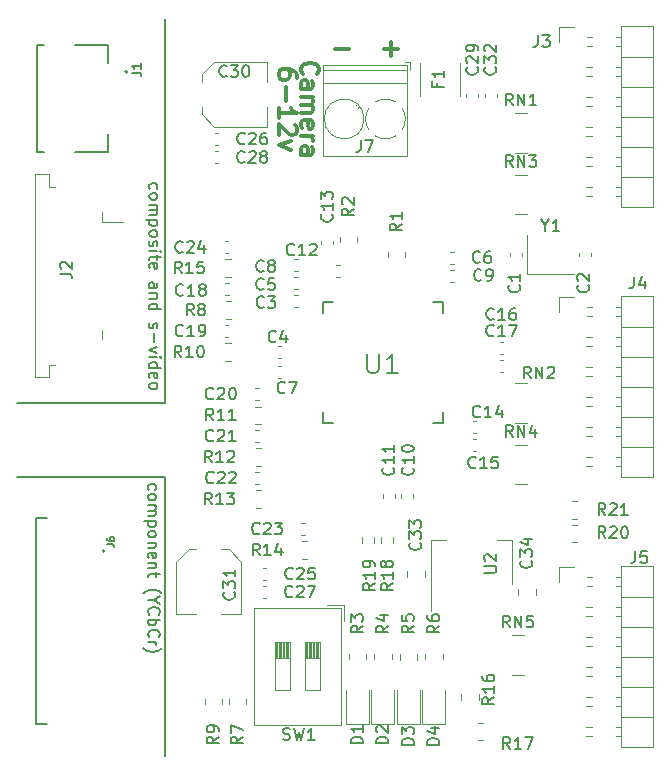
<source format=gbr>
%TF.GenerationSoftware,KiCad,Pcbnew,(5.99.0-12717-g57c7d663b0)*%
%TF.CreationDate,2021-10-22T19:22:42+02:00*%
%TF.ProjectId,video_converter,76696465-6f5f-4636-9f6e-766572746572,rev?*%
%TF.SameCoordinates,Original*%
%TF.FileFunction,Legend,Top*%
%TF.FilePolarity,Positive*%
%FSLAX46Y46*%
G04 Gerber Fmt 4.6, Leading zero omitted, Abs format (unit mm)*
G04 Created by KiCad (PCBNEW (5.99.0-12717-g57c7d663b0)) date 2021-10-22 19:22:42*
%MOMM*%
%LPD*%
G01*
G04 APERTURE LIST*
%ADD10C,0.150000*%
%ADD11C,0.300000*%
%ADD12C,0.120000*%
%ADD13C,0.152400*%
%ADD14C,0.127000*%
%ADD15C,0.200000*%
G04 APERTURE END LIST*
D10*
X127635000Y-90297000D02*
X115062000Y-90297000D01*
X127635000Y-69977000D02*
X127635000Y-90297000D01*
X127635000Y-96520000D02*
X127635000Y-120142000D01*
X127635000Y-96520000D02*
X115062000Y-96520000D01*
X127635000Y-57785000D02*
X127635000Y-69977000D01*
D11*
X139291285Y-62405000D02*
X139219857Y-62333571D01*
X139148428Y-62119285D01*
X139148428Y-61976428D01*
X139219857Y-61762142D01*
X139362714Y-61619285D01*
X139505571Y-61547857D01*
X139791285Y-61476428D01*
X140005571Y-61476428D01*
X140291285Y-61547857D01*
X140434142Y-61619285D01*
X140577000Y-61762142D01*
X140648428Y-61976428D01*
X140648428Y-62119285D01*
X140577000Y-62333571D01*
X140505571Y-62405000D01*
X139148428Y-63690714D02*
X139934142Y-63690714D01*
X140077000Y-63619285D01*
X140148428Y-63476428D01*
X140148428Y-63190714D01*
X140077000Y-63047857D01*
X139219857Y-63690714D02*
X139148428Y-63547857D01*
X139148428Y-63190714D01*
X139219857Y-63047857D01*
X139362714Y-62976428D01*
X139505571Y-62976428D01*
X139648428Y-63047857D01*
X139719857Y-63190714D01*
X139719857Y-63547857D01*
X139791285Y-63690714D01*
X139148428Y-64405000D02*
X140148428Y-64405000D01*
X140005571Y-64405000D02*
X140077000Y-64476428D01*
X140148428Y-64619285D01*
X140148428Y-64833571D01*
X140077000Y-64976428D01*
X139934142Y-65047857D01*
X139148428Y-65047857D01*
X139934142Y-65047857D02*
X140077000Y-65119285D01*
X140148428Y-65262142D01*
X140148428Y-65476428D01*
X140077000Y-65619285D01*
X139934142Y-65690714D01*
X139148428Y-65690714D01*
X139219857Y-66976428D02*
X139148428Y-66833571D01*
X139148428Y-66547857D01*
X139219857Y-66405000D01*
X139362714Y-66333571D01*
X139934142Y-66333571D01*
X140077000Y-66405000D01*
X140148428Y-66547857D01*
X140148428Y-66833571D01*
X140077000Y-66976428D01*
X139934142Y-67047857D01*
X139791285Y-67047857D01*
X139648428Y-66333571D01*
X139148428Y-67690714D02*
X140148428Y-67690714D01*
X139862714Y-67690714D02*
X140005571Y-67762142D01*
X140077000Y-67833571D01*
X140148428Y-67976428D01*
X140148428Y-68119285D01*
X139148428Y-69262142D02*
X139934142Y-69262142D01*
X140077000Y-69190714D01*
X140148428Y-69047857D01*
X140148428Y-68762142D01*
X140077000Y-68619285D01*
X139219857Y-69262142D02*
X139148428Y-69119285D01*
X139148428Y-68762142D01*
X139219857Y-68619285D01*
X139362714Y-68547857D01*
X139505571Y-68547857D01*
X139648428Y-68619285D01*
X139719857Y-68762142D01*
X139719857Y-69119285D01*
X139791285Y-69262142D01*
X138743428Y-62762142D02*
X138743428Y-62476428D01*
X138672000Y-62333571D01*
X138600571Y-62262142D01*
X138386285Y-62119285D01*
X138100571Y-62047857D01*
X137529142Y-62047857D01*
X137386285Y-62119285D01*
X137314857Y-62190714D01*
X137243428Y-62333571D01*
X137243428Y-62619285D01*
X137314857Y-62762142D01*
X137386285Y-62833571D01*
X137529142Y-62905000D01*
X137886285Y-62905000D01*
X138029142Y-62833571D01*
X138100571Y-62762142D01*
X138172000Y-62619285D01*
X138172000Y-62333571D01*
X138100571Y-62190714D01*
X138029142Y-62119285D01*
X137886285Y-62047857D01*
X137814857Y-63547857D02*
X137814857Y-64690714D01*
X137243428Y-66190714D02*
X137243428Y-65333571D01*
X137243428Y-65762142D02*
X138743428Y-65762142D01*
X138529142Y-65619285D01*
X138386285Y-65476428D01*
X138314857Y-65333571D01*
X138600571Y-66762142D02*
X138672000Y-66833571D01*
X138743428Y-66976428D01*
X138743428Y-67333571D01*
X138672000Y-67476428D01*
X138600571Y-67547857D01*
X138457714Y-67619285D01*
X138314857Y-67619285D01*
X138100571Y-67547857D01*
X137243428Y-66690714D01*
X137243428Y-67619285D01*
X138243428Y-68119285D02*
X137243428Y-68476428D01*
X138243428Y-68833571D01*
X142010142Y-60305142D02*
X143153000Y-60305142D01*
X146153000Y-60305142D02*
X147295857Y-60305142D01*
X146724428Y-60876571D02*
X146724428Y-59733714D01*
D10*
X126214238Y-97624142D02*
X126166619Y-97528904D01*
X126166619Y-97338428D01*
X126214238Y-97243190D01*
X126261857Y-97195571D01*
X126357095Y-97147952D01*
X126642809Y-97147952D01*
X126738047Y-97195571D01*
X126785666Y-97243190D01*
X126833285Y-97338428D01*
X126833285Y-97528904D01*
X126785666Y-97624142D01*
X126166619Y-98195571D02*
X126214238Y-98100333D01*
X126261857Y-98052714D01*
X126357095Y-98005095D01*
X126642809Y-98005095D01*
X126738047Y-98052714D01*
X126785666Y-98100333D01*
X126833285Y-98195571D01*
X126833285Y-98338428D01*
X126785666Y-98433666D01*
X126738047Y-98481285D01*
X126642809Y-98528904D01*
X126357095Y-98528904D01*
X126261857Y-98481285D01*
X126214238Y-98433666D01*
X126166619Y-98338428D01*
X126166619Y-98195571D01*
X126166619Y-98957476D02*
X126833285Y-98957476D01*
X126738047Y-98957476D02*
X126785666Y-99005095D01*
X126833285Y-99100333D01*
X126833285Y-99243190D01*
X126785666Y-99338428D01*
X126690428Y-99386047D01*
X126166619Y-99386047D01*
X126690428Y-99386047D02*
X126785666Y-99433666D01*
X126833285Y-99528904D01*
X126833285Y-99671761D01*
X126785666Y-99767000D01*
X126690428Y-99814619D01*
X126166619Y-99814619D01*
X126833285Y-100290809D02*
X125833285Y-100290809D01*
X126785666Y-100290809D02*
X126833285Y-100386047D01*
X126833285Y-100576523D01*
X126785666Y-100671761D01*
X126738047Y-100719380D01*
X126642809Y-100767000D01*
X126357095Y-100767000D01*
X126261857Y-100719380D01*
X126214238Y-100671761D01*
X126166619Y-100576523D01*
X126166619Y-100386047D01*
X126214238Y-100290809D01*
X126166619Y-101338428D02*
X126214238Y-101243190D01*
X126261857Y-101195571D01*
X126357095Y-101147952D01*
X126642809Y-101147952D01*
X126738047Y-101195571D01*
X126785666Y-101243190D01*
X126833285Y-101338428D01*
X126833285Y-101481285D01*
X126785666Y-101576523D01*
X126738047Y-101624142D01*
X126642809Y-101671761D01*
X126357095Y-101671761D01*
X126261857Y-101624142D01*
X126214238Y-101576523D01*
X126166619Y-101481285D01*
X126166619Y-101338428D01*
X126833285Y-102100333D02*
X126166619Y-102100333D01*
X126738047Y-102100333D02*
X126785666Y-102147952D01*
X126833285Y-102243190D01*
X126833285Y-102386047D01*
X126785666Y-102481285D01*
X126690428Y-102528904D01*
X126166619Y-102528904D01*
X126214238Y-103386047D02*
X126166619Y-103290809D01*
X126166619Y-103100333D01*
X126214238Y-103005095D01*
X126309476Y-102957476D01*
X126690428Y-102957476D01*
X126785666Y-103005095D01*
X126833285Y-103100333D01*
X126833285Y-103290809D01*
X126785666Y-103386047D01*
X126690428Y-103433666D01*
X126595190Y-103433666D01*
X126499952Y-102957476D01*
X126833285Y-103862238D02*
X126166619Y-103862238D01*
X126738047Y-103862238D02*
X126785666Y-103909857D01*
X126833285Y-104005095D01*
X126833285Y-104147952D01*
X126785666Y-104243190D01*
X126690428Y-104290809D01*
X126166619Y-104290809D01*
X126833285Y-104624142D02*
X126833285Y-105005095D01*
X127166619Y-104767000D02*
X126309476Y-104767000D01*
X126214238Y-104814619D01*
X126166619Y-104909857D01*
X126166619Y-105005095D01*
X125785666Y-106386047D02*
X125833285Y-106338428D01*
X125976142Y-106243190D01*
X126071380Y-106195571D01*
X126214238Y-106147952D01*
X126452333Y-106100333D01*
X126642809Y-106100333D01*
X126880904Y-106147952D01*
X127023761Y-106195571D01*
X127119000Y-106243190D01*
X127261857Y-106338428D01*
X127309476Y-106386047D01*
X126642809Y-106957476D02*
X126166619Y-106957476D01*
X127166619Y-106624142D02*
X126642809Y-106957476D01*
X127166619Y-107290809D01*
X126261857Y-108195571D02*
X126214238Y-108147952D01*
X126166619Y-108005095D01*
X126166619Y-107909857D01*
X126214238Y-107767000D01*
X126309476Y-107671761D01*
X126404714Y-107624142D01*
X126595190Y-107576523D01*
X126738047Y-107576523D01*
X126928523Y-107624142D01*
X127023761Y-107671761D01*
X127119000Y-107767000D01*
X127166619Y-107909857D01*
X127166619Y-108005095D01*
X127119000Y-108147952D01*
X127071380Y-108195571D01*
X126166619Y-108624142D02*
X127166619Y-108624142D01*
X126785666Y-108624142D02*
X126833285Y-108719380D01*
X126833285Y-108909857D01*
X126785666Y-109005095D01*
X126738047Y-109052714D01*
X126642809Y-109100333D01*
X126357095Y-109100333D01*
X126261857Y-109052714D01*
X126214238Y-109005095D01*
X126166619Y-108909857D01*
X126166619Y-108719380D01*
X126214238Y-108624142D01*
X126261857Y-110100333D02*
X126214238Y-110052714D01*
X126166619Y-109909857D01*
X126166619Y-109814619D01*
X126214238Y-109671761D01*
X126309476Y-109576523D01*
X126404714Y-109528904D01*
X126595190Y-109481285D01*
X126738047Y-109481285D01*
X126928523Y-109528904D01*
X127023761Y-109576523D01*
X127119000Y-109671761D01*
X127166619Y-109814619D01*
X127166619Y-109909857D01*
X127119000Y-110052714D01*
X127071380Y-110100333D01*
X126166619Y-110528904D02*
X126833285Y-110528904D01*
X126642809Y-110528904D02*
X126738047Y-110576523D01*
X126785666Y-110624142D01*
X126833285Y-110719380D01*
X126833285Y-110814619D01*
X125785666Y-111052714D02*
X125833285Y-111100333D01*
X125976142Y-111195571D01*
X126071380Y-111243190D01*
X126214238Y-111290809D01*
X126452333Y-111338428D01*
X126642809Y-111338428D01*
X126880904Y-111290809D01*
X127023761Y-111243190D01*
X127119000Y-111195571D01*
X127261857Y-111100333D01*
X127309476Y-111052714D01*
X126341238Y-72152904D02*
X126293619Y-72057666D01*
X126293619Y-71867190D01*
X126341238Y-71771952D01*
X126388857Y-71724333D01*
X126484095Y-71676714D01*
X126769809Y-71676714D01*
X126865047Y-71724333D01*
X126912666Y-71771952D01*
X126960285Y-71867190D01*
X126960285Y-72057666D01*
X126912666Y-72152904D01*
X126293619Y-72724333D02*
X126341238Y-72629095D01*
X126388857Y-72581476D01*
X126484095Y-72533857D01*
X126769809Y-72533857D01*
X126865047Y-72581476D01*
X126912666Y-72629095D01*
X126960285Y-72724333D01*
X126960285Y-72867190D01*
X126912666Y-72962428D01*
X126865047Y-73010047D01*
X126769809Y-73057666D01*
X126484095Y-73057666D01*
X126388857Y-73010047D01*
X126341238Y-72962428D01*
X126293619Y-72867190D01*
X126293619Y-72724333D01*
X126293619Y-73486238D02*
X126960285Y-73486238D01*
X126865047Y-73486238D02*
X126912666Y-73533857D01*
X126960285Y-73629095D01*
X126960285Y-73771952D01*
X126912666Y-73867190D01*
X126817428Y-73914809D01*
X126293619Y-73914809D01*
X126817428Y-73914809D02*
X126912666Y-73962428D01*
X126960285Y-74057666D01*
X126960285Y-74200523D01*
X126912666Y-74295761D01*
X126817428Y-74343380D01*
X126293619Y-74343380D01*
X126960285Y-74819571D02*
X125960285Y-74819571D01*
X126912666Y-74819571D02*
X126960285Y-74914809D01*
X126960285Y-75105285D01*
X126912666Y-75200523D01*
X126865047Y-75248142D01*
X126769809Y-75295761D01*
X126484095Y-75295761D01*
X126388857Y-75248142D01*
X126341238Y-75200523D01*
X126293619Y-75105285D01*
X126293619Y-74914809D01*
X126341238Y-74819571D01*
X126293619Y-75867190D02*
X126341238Y-75771952D01*
X126388857Y-75724333D01*
X126484095Y-75676714D01*
X126769809Y-75676714D01*
X126865047Y-75724333D01*
X126912666Y-75771952D01*
X126960285Y-75867190D01*
X126960285Y-76010047D01*
X126912666Y-76105285D01*
X126865047Y-76152904D01*
X126769809Y-76200523D01*
X126484095Y-76200523D01*
X126388857Y-76152904D01*
X126341238Y-76105285D01*
X126293619Y-76010047D01*
X126293619Y-75867190D01*
X126341238Y-76581476D02*
X126293619Y-76676714D01*
X126293619Y-76867190D01*
X126341238Y-76962428D01*
X126436476Y-77010047D01*
X126484095Y-77010047D01*
X126579333Y-76962428D01*
X126626952Y-76867190D01*
X126626952Y-76724333D01*
X126674571Y-76629095D01*
X126769809Y-76581476D01*
X126817428Y-76581476D01*
X126912666Y-76629095D01*
X126960285Y-76724333D01*
X126960285Y-76867190D01*
X126912666Y-76962428D01*
X126293619Y-77438619D02*
X126960285Y-77438619D01*
X127293619Y-77438619D02*
X127246000Y-77391000D01*
X127198380Y-77438619D01*
X127246000Y-77486238D01*
X127293619Y-77438619D01*
X127198380Y-77438619D01*
X126960285Y-77771952D02*
X126960285Y-78152904D01*
X127293619Y-77914809D02*
X126436476Y-77914809D01*
X126341238Y-77962428D01*
X126293619Y-78057666D01*
X126293619Y-78152904D01*
X126341238Y-78867190D02*
X126293619Y-78771952D01*
X126293619Y-78581476D01*
X126341238Y-78486238D01*
X126436476Y-78438619D01*
X126817428Y-78438619D01*
X126912666Y-78486238D01*
X126960285Y-78581476D01*
X126960285Y-78771952D01*
X126912666Y-78867190D01*
X126817428Y-78914809D01*
X126722190Y-78914809D01*
X126626952Y-78438619D01*
X126293619Y-80533857D02*
X126817428Y-80533857D01*
X126912666Y-80486238D01*
X126960285Y-80391000D01*
X126960285Y-80200523D01*
X126912666Y-80105285D01*
X126341238Y-80533857D02*
X126293619Y-80438619D01*
X126293619Y-80200523D01*
X126341238Y-80105285D01*
X126436476Y-80057666D01*
X126531714Y-80057666D01*
X126626952Y-80105285D01*
X126674571Y-80200523D01*
X126674571Y-80438619D01*
X126722190Y-80533857D01*
X126960285Y-81010047D02*
X126293619Y-81010047D01*
X126865047Y-81010047D02*
X126912666Y-81057666D01*
X126960285Y-81152904D01*
X126960285Y-81295761D01*
X126912666Y-81391000D01*
X126817428Y-81438619D01*
X126293619Y-81438619D01*
X126293619Y-82343380D02*
X127293619Y-82343380D01*
X126341238Y-82343380D02*
X126293619Y-82248142D01*
X126293619Y-82057666D01*
X126341238Y-81962428D01*
X126388857Y-81914809D01*
X126484095Y-81867190D01*
X126769809Y-81867190D01*
X126865047Y-81914809D01*
X126912666Y-81962428D01*
X126960285Y-82057666D01*
X126960285Y-82248142D01*
X126912666Y-82343380D01*
X126341238Y-83533857D02*
X126293619Y-83629095D01*
X126293619Y-83819571D01*
X126341238Y-83914809D01*
X126436476Y-83962428D01*
X126484095Y-83962428D01*
X126579333Y-83914809D01*
X126626952Y-83819571D01*
X126626952Y-83676714D01*
X126674571Y-83581476D01*
X126769809Y-83533857D01*
X126817428Y-83533857D01*
X126912666Y-83581476D01*
X126960285Y-83676714D01*
X126960285Y-83819571D01*
X126912666Y-83914809D01*
X126674571Y-84391000D02*
X126674571Y-85152904D01*
X126960285Y-85533857D02*
X126293619Y-85771952D01*
X126960285Y-86010047D01*
X126293619Y-86391000D02*
X126960285Y-86391000D01*
X127293619Y-86391000D02*
X127246000Y-86343380D01*
X127198380Y-86391000D01*
X127246000Y-86438619D01*
X127293619Y-86391000D01*
X127198380Y-86391000D01*
X126293619Y-87295761D02*
X127293619Y-87295761D01*
X126341238Y-87295761D02*
X126293619Y-87200523D01*
X126293619Y-87010047D01*
X126341238Y-86914809D01*
X126388857Y-86867190D01*
X126484095Y-86819571D01*
X126769809Y-86819571D01*
X126865047Y-86867190D01*
X126912666Y-86914809D01*
X126960285Y-87010047D01*
X126960285Y-87200523D01*
X126912666Y-87295761D01*
X126341238Y-88152904D02*
X126293619Y-88057666D01*
X126293619Y-87867190D01*
X126341238Y-87771952D01*
X126436476Y-87724333D01*
X126817428Y-87724333D01*
X126912666Y-87771952D01*
X126960285Y-87867190D01*
X126960285Y-88057666D01*
X126912666Y-88152904D01*
X126817428Y-88200523D01*
X126722190Y-88200523D01*
X126626952Y-87724333D01*
X126293619Y-88771952D02*
X126341238Y-88676714D01*
X126388857Y-88629095D01*
X126484095Y-88581476D01*
X126769809Y-88581476D01*
X126865047Y-88629095D01*
X126912666Y-88676714D01*
X126960285Y-88771952D01*
X126960285Y-88914809D01*
X126912666Y-89010047D01*
X126865047Y-89057666D01*
X126769809Y-89105285D01*
X126484095Y-89105285D01*
X126388857Y-89057666D01*
X126341238Y-89010047D01*
X126293619Y-88914809D01*
X126293619Y-88771952D01*
%TO.C,J2*%
X118732880Y-79325333D02*
X119447166Y-79325333D01*
X119590023Y-79372952D01*
X119685261Y-79468190D01*
X119732880Y-79611047D01*
X119732880Y-79706285D01*
X118828119Y-78896761D02*
X118780500Y-78849142D01*
X118732880Y-78753904D01*
X118732880Y-78515809D01*
X118780500Y-78420571D01*
X118828119Y-78372952D01*
X118923357Y-78325333D01*
X119018595Y-78325333D01*
X119161452Y-78372952D01*
X119732880Y-78944380D01*
X119732880Y-78325333D01*
%TO.C,R16*%
X155468580Y-115196857D02*
X154992390Y-115530190D01*
X155468580Y-115768285D02*
X154468580Y-115768285D01*
X154468580Y-115387333D01*
X154516200Y-115292095D01*
X154563819Y-115244476D01*
X154659057Y-115196857D01*
X154801914Y-115196857D01*
X154897152Y-115244476D01*
X154944771Y-115292095D01*
X154992390Y-115387333D01*
X154992390Y-115768285D01*
X155468580Y-114244476D02*
X155468580Y-114815904D01*
X155468580Y-114530190D02*
X154468580Y-114530190D01*
X154611438Y-114625428D01*
X154706676Y-114720666D01*
X154754295Y-114815904D01*
X154468580Y-113387333D02*
X154468580Y-113577809D01*
X154516200Y-113673047D01*
X154563819Y-113720666D01*
X154706676Y-113815904D01*
X154897152Y-113863523D01*
X155278104Y-113863523D01*
X155373342Y-113815904D01*
X155420961Y-113768285D01*
X155468580Y-113673047D01*
X155468580Y-113482571D01*
X155420961Y-113387333D01*
X155373342Y-113339714D01*
X155278104Y-113292095D01*
X155040009Y-113292095D01*
X154944771Y-113339714D01*
X154897152Y-113387333D01*
X154849533Y-113482571D01*
X154849533Y-113673047D01*
X154897152Y-113768285D01*
X154944771Y-113815904D01*
X155040009Y-113863523D01*
%TO.C,R20*%
X164898342Y-101722180D02*
X164565009Y-101245990D01*
X164326914Y-101722180D02*
X164326914Y-100722180D01*
X164707866Y-100722180D01*
X164803104Y-100769800D01*
X164850723Y-100817419D01*
X164898342Y-100912657D01*
X164898342Y-101055514D01*
X164850723Y-101150752D01*
X164803104Y-101198371D01*
X164707866Y-101245990D01*
X164326914Y-101245990D01*
X165279295Y-100817419D02*
X165326914Y-100769800D01*
X165422152Y-100722180D01*
X165660247Y-100722180D01*
X165755485Y-100769800D01*
X165803104Y-100817419D01*
X165850723Y-100912657D01*
X165850723Y-101007895D01*
X165803104Y-101150752D01*
X165231676Y-101722180D01*
X165850723Y-101722180D01*
X166469771Y-100722180D02*
X166565009Y-100722180D01*
X166660247Y-100769800D01*
X166707866Y-100817419D01*
X166755485Y-100912657D01*
X166803104Y-101103133D01*
X166803104Y-101341228D01*
X166755485Y-101531704D01*
X166707866Y-101626942D01*
X166660247Y-101674561D01*
X166565009Y-101722180D01*
X166469771Y-101722180D01*
X166374533Y-101674561D01*
X166326914Y-101626942D01*
X166279295Y-101531704D01*
X166231676Y-101341228D01*
X166231676Y-101103133D01*
X166279295Y-100912657D01*
X166326914Y-100817419D01*
X166374533Y-100769800D01*
X166469771Y-100722180D01*
%TO.C,R10*%
X128997642Y-86431380D02*
X128664309Y-85955190D01*
X128426214Y-86431380D02*
X128426214Y-85431380D01*
X128807166Y-85431380D01*
X128902404Y-85479000D01*
X128950023Y-85526619D01*
X128997642Y-85621857D01*
X128997642Y-85764714D01*
X128950023Y-85859952D01*
X128902404Y-85907571D01*
X128807166Y-85955190D01*
X128426214Y-85955190D01*
X129950023Y-86431380D02*
X129378595Y-86431380D01*
X129664309Y-86431380D02*
X129664309Y-85431380D01*
X129569071Y-85574238D01*
X129473833Y-85669476D01*
X129378595Y-85717095D01*
X130569071Y-85431380D02*
X130664309Y-85431380D01*
X130759547Y-85479000D01*
X130807166Y-85526619D01*
X130854785Y-85621857D01*
X130902404Y-85812333D01*
X130902404Y-86050428D01*
X130854785Y-86240904D01*
X130807166Y-86336142D01*
X130759547Y-86383761D01*
X130664309Y-86431380D01*
X130569071Y-86431380D01*
X130473833Y-86383761D01*
X130426214Y-86336142D01*
X130378595Y-86240904D01*
X130330976Y-86050428D01*
X130330976Y-85812333D01*
X130378595Y-85621857D01*
X130426214Y-85526619D01*
X130473833Y-85479000D01*
X130569071Y-85431380D01*
%TO.C,C4*%
X136993333Y-85066142D02*
X136945714Y-85113761D01*
X136802857Y-85161380D01*
X136707619Y-85161380D01*
X136564761Y-85113761D01*
X136469523Y-85018523D01*
X136421904Y-84923285D01*
X136374285Y-84732809D01*
X136374285Y-84589952D01*
X136421904Y-84399476D01*
X136469523Y-84304238D01*
X136564761Y-84209000D01*
X136707619Y-84161380D01*
X136802857Y-84161380D01*
X136945714Y-84209000D01*
X136993333Y-84256619D01*
X137850476Y-84494714D02*
X137850476Y-85161380D01*
X137612380Y-84113761D02*
X137374285Y-84828047D01*
X137993333Y-84828047D01*
%TO.C,C24*%
X129105842Y-77476342D02*
X129058223Y-77523961D01*
X128915366Y-77571580D01*
X128820128Y-77571580D01*
X128677271Y-77523961D01*
X128582033Y-77428723D01*
X128534414Y-77333485D01*
X128486795Y-77143009D01*
X128486795Y-77000152D01*
X128534414Y-76809676D01*
X128582033Y-76714438D01*
X128677271Y-76619200D01*
X128820128Y-76571580D01*
X128915366Y-76571580D01*
X129058223Y-76619200D01*
X129105842Y-76666819D01*
X129486795Y-76666819D02*
X129534414Y-76619200D01*
X129629652Y-76571580D01*
X129867747Y-76571580D01*
X129962985Y-76619200D01*
X130010604Y-76666819D01*
X130058223Y-76762057D01*
X130058223Y-76857295D01*
X130010604Y-77000152D01*
X129439176Y-77571580D01*
X130058223Y-77571580D01*
X130915366Y-76904914D02*
X130915366Y-77571580D01*
X130677271Y-76523961D02*
X130439176Y-77238247D01*
X131058223Y-77238247D01*
%TO.C,R6*%
X150820380Y-109132666D02*
X150344190Y-109466000D01*
X150820380Y-109704095D02*
X149820380Y-109704095D01*
X149820380Y-109323142D01*
X149868000Y-109227904D01*
X149915619Y-109180285D01*
X150010857Y-109132666D01*
X150153714Y-109132666D01*
X150248952Y-109180285D01*
X150296571Y-109227904D01*
X150344190Y-109323142D01*
X150344190Y-109704095D01*
X149820380Y-108275523D02*
X149820380Y-108466000D01*
X149868000Y-108561238D01*
X149915619Y-108608857D01*
X150058476Y-108704095D01*
X150248952Y-108751714D01*
X150629904Y-108751714D01*
X150725142Y-108704095D01*
X150772761Y-108656476D01*
X150820380Y-108561238D01*
X150820380Y-108370761D01*
X150772761Y-108275523D01*
X150725142Y-108227904D01*
X150629904Y-108180285D01*
X150391809Y-108180285D01*
X150296571Y-108227904D01*
X150248952Y-108275523D01*
X150201333Y-108370761D01*
X150201333Y-108561238D01*
X150248952Y-108656476D01*
X150296571Y-108704095D01*
X150391809Y-108751714D01*
%TO.C,C17*%
X155440142Y-84558142D02*
X155392523Y-84605761D01*
X155249666Y-84653380D01*
X155154428Y-84653380D01*
X155011571Y-84605761D01*
X154916333Y-84510523D01*
X154868714Y-84415285D01*
X154821095Y-84224809D01*
X154821095Y-84081952D01*
X154868714Y-83891476D01*
X154916333Y-83796238D01*
X155011571Y-83701000D01*
X155154428Y-83653380D01*
X155249666Y-83653380D01*
X155392523Y-83701000D01*
X155440142Y-83748619D01*
X156392523Y-84653380D02*
X155821095Y-84653380D01*
X156106809Y-84653380D02*
X156106809Y-83653380D01*
X156011571Y-83796238D01*
X155916333Y-83891476D01*
X155821095Y-83939095D01*
X156725857Y-83653380D02*
X157392523Y-83653380D01*
X156963952Y-84653380D01*
%TO.C,J3*%
X159178666Y-59142380D02*
X159178666Y-59856666D01*
X159131047Y-59999523D01*
X159035809Y-60094761D01*
X158892952Y-60142380D01*
X158797714Y-60142380D01*
X159559619Y-59142380D02*
X160178666Y-59142380D01*
X159845333Y-59523333D01*
X159988190Y-59523333D01*
X160083428Y-59570952D01*
X160131047Y-59618571D01*
X160178666Y-59713809D01*
X160178666Y-59951904D01*
X160131047Y-60047142D01*
X160083428Y-60094761D01*
X159988190Y-60142380D01*
X159702476Y-60142380D01*
X159607238Y-60094761D01*
X159559619Y-60047142D01*
%TO.C,C13*%
X141708142Y-74302857D02*
X141755761Y-74350476D01*
X141803380Y-74493333D01*
X141803380Y-74588571D01*
X141755761Y-74731428D01*
X141660523Y-74826666D01*
X141565285Y-74874285D01*
X141374809Y-74921904D01*
X141231952Y-74921904D01*
X141041476Y-74874285D01*
X140946238Y-74826666D01*
X140851000Y-74731428D01*
X140803380Y-74588571D01*
X140803380Y-74493333D01*
X140851000Y-74350476D01*
X140898619Y-74302857D01*
X141803380Y-73350476D02*
X141803380Y-73921904D01*
X141803380Y-73636190D02*
X140803380Y-73636190D01*
X140946238Y-73731428D01*
X141041476Y-73826666D01*
X141089095Y-73921904D01*
X140803380Y-73017142D02*
X140803380Y-72398095D01*
X141184333Y-72731428D01*
X141184333Y-72588571D01*
X141231952Y-72493333D01*
X141279571Y-72445714D01*
X141374809Y-72398095D01*
X141612904Y-72398095D01*
X141708142Y-72445714D01*
X141755761Y-72493333D01*
X141803380Y-72588571D01*
X141803380Y-72874285D01*
X141755761Y-72969523D01*
X141708142Y-73017142D01*
%TO.C,SW1*%
X137604666Y-118768761D02*
X137747523Y-118816380D01*
X137985619Y-118816380D01*
X138080857Y-118768761D01*
X138128476Y-118721142D01*
X138176095Y-118625904D01*
X138176095Y-118530666D01*
X138128476Y-118435428D01*
X138080857Y-118387809D01*
X137985619Y-118340190D01*
X137795142Y-118292571D01*
X137699904Y-118244952D01*
X137652285Y-118197333D01*
X137604666Y-118102095D01*
X137604666Y-118006857D01*
X137652285Y-117911619D01*
X137699904Y-117864000D01*
X137795142Y-117816380D01*
X138033238Y-117816380D01*
X138176095Y-117864000D01*
X138509428Y-117816380D02*
X138747523Y-118816380D01*
X138938000Y-118102095D01*
X139128476Y-118816380D01*
X139366571Y-117816380D01*
X140271333Y-118816380D02*
X139699904Y-118816380D01*
X139985619Y-118816380D02*
X139985619Y-117816380D01*
X139890380Y-117959238D01*
X139795142Y-118054476D01*
X139699904Y-118102095D01*
%TO.C,RN3*%
X157043523Y-70296380D02*
X156710190Y-69820190D01*
X156472095Y-70296380D02*
X156472095Y-69296380D01*
X156853047Y-69296380D01*
X156948285Y-69344000D01*
X156995904Y-69391619D01*
X157043523Y-69486857D01*
X157043523Y-69629714D01*
X156995904Y-69724952D01*
X156948285Y-69772571D01*
X156853047Y-69820190D01*
X156472095Y-69820190D01*
X157472095Y-70296380D02*
X157472095Y-69296380D01*
X158043523Y-70296380D01*
X158043523Y-69296380D01*
X158424476Y-69296380D02*
X159043523Y-69296380D01*
X158710190Y-69677333D01*
X158853047Y-69677333D01*
X158948285Y-69724952D01*
X158995904Y-69772571D01*
X159043523Y-69867809D01*
X159043523Y-70105904D01*
X158995904Y-70201142D01*
X158948285Y-70248761D01*
X158853047Y-70296380D01*
X158567333Y-70296380D01*
X158472095Y-70248761D01*
X158424476Y-70201142D01*
%TO.C,D4*%
X150820380Y-119238095D02*
X149820380Y-119238095D01*
X149820380Y-119000000D01*
X149868000Y-118857142D01*
X149963238Y-118761904D01*
X150058476Y-118714285D01*
X150248952Y-118666666D01*
X150391809Y-118666666D01*
X150582285Y-118714285D01*
X150677523Y-118761904D01*
X150772761Y-118857142D01*
X150820380Y-119000000D01*
X150820380Y-119238095D01*
X150153714Y-117809523D02*
X150820380Y-117809523D01*
X149772761Y-118047619D02*
X150487047Y-118285714D01*
X150487047Y-117666666D01*
%TO.C,C28*%
X134342142Y-69856142D02*
X134294523Y-69903761D01*
X134151666Y-69951380D01*
X134056428Y-69951380D01*
X133913571Y-69903761D01*
X133818333Y-69808523D01*
X133770714Y-69713285D01*
X133723095Y-69522809D01*
X133723095Y-69379952D01*
X133770714Y-69189476D01*
X133818333Y-69094238D01*
X133913571Y-68999000D01*
X134056428Y-68951380D01*
X134151666Y-68951380D01*
X134294523Y-68999000D01*
X134342142Y-69046619D01*
X134723095Y-69046619D02*
X134770714Y-68999000D01*
X134865952Y-68951380D01*
X135104047Y-68951380D01*
X135199285Y-68999000D01*
X135246904Y-69046619D01*
X135294523Y-69141857D01*
X135294523Y-69237095D01*
X135246904Y-69379952D01*
X134675476Y-69951380D01*
X135294523Y-69951380D01*
X135865952Y-69379952D02*
X135770714Y-69332333D01*
X135723095Y-69284714D01*
X135675476Y-69189476D01*
X135675476Y-69141857D01*
X135723095Y-69046619D01*
X135770714Y-68999000D01*
X135865952Y-68951380D01*
X136056428Y-68951380D01*
X136151666Y-68999000D01*
X136199285Y-69046619D01*
X136246904Y-69141857D01*
X136246904Y-69189476D01*
X136199285Y-69284714D01*
X136151666Y-69332333D01*
X136056428Y-69379952D01*
X135865952Y-69379952D01*
X135770714Y-69427571D01*
X135723095Y-69475190D01*
X135675476Y-69570428D01*
X135675476Y-69760904D01*
X135723095Y-69856142D01*
X135770714Y-69903761D01*
X135865952Y-69951380D01*
X136056428Y-69951380D01*
X136151666Y-69903761D01*
X136199285Y-69856142D01*
X136246904Y-69760904D01*
X136246904Y-69570428D01*
X136199285Y-69475190D01*
X136151666Y-69427571D01*
X136056428Y-69379952D01*
%TO.C,C23*%
X135612142Y-101322142D02*
X135564523Y-101369761D01*
X135421666Y-101417380D01*
X135326428Y-101417380D01*
X135183571Y-101369761D01*
X135088333Y-101274523D01*
X135040714Y-101179285D01*
X134993095Y-100988809D01*
X134993095Y-100845952D01*
X135040714Y-100655476D01*
X135088333Y-100560238D01*
X135183571Y-100465000D01*
X135326428Y-100417380D01*
X135421666Y-100417380D01*
X135564523Y-100465000D01*
X135612142Y-100512619D01*
X135993095Y-100512619D02*
X136040714Y-100465000D01*
X136135952Y-100417380D01*
X136374047Y-100417380D01*
X136469285Y-100465000D01*
X136516904Y-100512619D01*
X136564523Y-100607857D01*
X136564523Y-100703095D01*
X136516904Y-100845952D01*
X135945476Y-101417380D01*
X136564523Y-101417380D01*
X136897857Y-100417380D02*
X137516904Y-100417380D01*
X137183571Y-100798333D01*
X137326428Y-100798333D01*
X137421666Y-100845952D01*
X137469285Y-100893571D01*
X137516904Y-100988809D01*
X137516904Y-101226904D01*
X137469285Y-101322142D01*
X137421666Y-101369761D01*
X137326428Y-101417380D01*
X137040714Y-101417380D01*
X136945476Y-101369761D01*
X136897857Y-101322142D01*
%TO.C,C6*%
X154265333Y-78335142D02*
X154217714Y-78382761D01*
X154074857Y-78430380D01*
X153979619Y-78430380D01*
X153836761Y-78382761D01*
X153741523Y-78287523D01*
X153693904Y-78192285D01*
X153646285Y-78001809D01*
X153646285Y-77858952D01*
X153693904Y-77668476D01*
X153741523Y-77573238D01*
X153836761Y-77478000D01*
X153979619Y-77430380D01*
X154074857Y-77430380D01*
X154217714Y-77478000D01*
X154265333Y-77525619D01*
X155122476Y-77430380D02*
X154932000Y-77430380D01*
X154836761Y-77478000D01*
X154789142Y-77525619D01*
X154693904Y-77668476D01*
X154646285Y-77858952D01*
X154646285Y-78239904D01*
X154693904Y-78335142D01*
X154741523Y-78382761D01*
X154836761Y-78430380D01*
X155027238Y-78430380D01*
X155122476Y-78382761D01*
X155170095Y-78335142D01*
X155217714Y-78239904D01*
X155217714Y-78001809D01*
X155170095Y-77906571D01*
X155122476Y-77858952D01*
X155027238Y-77811333D01*
X154836761Y-77811333D01*
X154741523Y-77858952D01*
X154693904Y-77906571D01*
X154646285Y-78001809D01*
%TO.C,C10*%
X148566142Y-95765857D02*
X148613761Y-95813476D01*
X148661380Y-95956333D01*
X148661380Y-96051571D01*
X148613761Y-96194428D01*
X148518523Y-96289666D01*
X148423285Y-96337285D01*
X148232809Y-96384904D01*
X148089952Y-96384904D01*
X147899476Y-96337285D01*
X147804238Y-96289666D01*
X147709000Y-96194428D01*
X147661380Y-96051571D01*
X147661380Y-95956333D01*
X147709000Y-95813476D01*
X147756619Y-95765857D01*
X148661380Y-94813476D02*
X148661380Y-95384904D01*
X148661380Y-95099190D02*
X147661380Y-95099190D01*
X147804238Y-95194428D01*
X147899476Y-95289666D01*
X147947095Y-95384904D01*
X147661380Y-94194428D02*
X147661380Y-94099190D01*
X147709000Y-94003952D01*
X147756619Y-93956333D01*
X147851857Y-93908714D01*
X148042333Y-93861095D01*
X148280428Y-93861095D01*
X148470904Y-93908714D01*
X148566142Y-93956333D01*
X148613761Y-94003952D01*
X148661380Y-94099190D01*
X148661380Y-94194428D01*
X148613761Y-94289666D01*
X148566142Y-94337285D01*
X148470904Y-94384904D01*
X148280428Y-94432523D01*
X148042333Y-94432523D01*
X147851857Y-94384904D01*
X147756619Y-94337285D01*
X147709000Y-94289666D01*
X147661380Y-94194428D01*
%TO.C,D2*%
X146502380Y-119111095D02*
X145502380Y-119111095D01*
X145502380Y-118873000D01*
X145550000Y-118730142D01*
X145645238Y-118634904D01*
X145740476Y-118587285D01*
X145930952Y-118539666D01*
X146073809Y-118539666D01*
X146264285Y-118587285D01*
X146359523Y-118634904D01*
X146454761Y-118730142D01*
X146502380Y-118873000D01*
X146502380Y-119111095D01*
X145597619Y-118158714D02*
X145550000Y-118111095D01*
X145502380Y-118015857D01*
X145502380Y-117777761D01*
X145550000Y-117682523D01*
X145597619Y-117634904D01*
X145692857Y-117587285D01*
X145788095Y-117587285D01*
X145930952Y-117634904D01*
X146502380Y-118206333D01*
X146502380Y-117587285D01*
%TO.C,C19*%
X129124642Y-84558142D02*
X129077023Y-84605761D01*
X128934166Y-84653380D01*
X128838928Y-84653380D01*
X128696071Y-84605761D01*
X128600833Y-84510523D01*
X128553214Y-84415285D01*
X128505595Y-84224809D01*
X128505595Y-84081952D01*
X128553214Y-83891476D01*
X128600833Y-83796238D01*
X128696071Y-83701000D01*
X128838928Y-83653380D01*
X128934166Y-83653380D01*
X129077023Y-83701000D01*
X129124642Y-83748619D01*
X130077023Y-84653380D02*
X129505595Y-84653380D01*
X129791309Y-84653380D02*
X129791309Y-83653380D01*
X129696071Y-83796238D01*
X129600833Y-83891476D01*
X129505595Y-83939095D01*
X130553214Y-84653380D02*
X130743690Y-84653380D01*
X130838928Y-84605761D01*
X130886547Y-84558142D01*
X130981785Y-84415285D01*
X131029404Y-84224809D01*
X131029404Y-83843857D01*
X130981785Y-83748619D01*
X130934166Y-83701000D01*
X130838928Y-83653380D01*
X130648452Y-83653380D01*
X130553214Y-83701000D01*
X130505595Y-83748619D01*
X130457976Y-83843857D01*
X130457976Y-84081952D01*
X130505595Y-84177190D01*
X130553214Y-84224809D01*
X130648452Y-84272428D01*
X130838928Y-84272428D01*
X130934166Y-84224809D01*
X130981785Y-84177190D01*
X131029404Y-84081952D01*
%TO.C,RN5*%
X156789523Y-109285380D02*
X156456190Y-108809190D01*
X156218095Y-109285380D02*
X156218095Y-108285380D01*
X156599047Y-108285380D01*
X156694285Y-108333000D01*
X156741904Y-108380619D01*
X156789523Y-108475857D01*
X156789523Y-108618714D01*
X156741904Y-108713952D01*
X156694285Y-108761571D01*
X156599047Y-108809190D01*
X156218095Y-108809190D01*
X157218095Y-109285380D02*
X157218095Y-108285380D01*
X157789523Y-109285380D01*
X157789523Y-108285380D01*
X158741904Y-108285380D02*
X158265714Y-108285380D01*
X158218095Y-108761571D01*
X158265714Y-108713952D01*
X158360952Y-108666333D01*
X158599047Y-108666333D01*
X158694285Y-108713952D01*
X158741904Y-108761571D01*
X158789523Y-108856809D01*
X158789523Y-109094904D01*
X158741904Y-109190142D01*
X158694285Y-109237761D01*
X158599047Y-109285380D01*
X158360952Y-109285380D01*
X158265714Y-109237761D01*
X158218095Y-109190142D01*
%TO.C,Y1*%
X159797809Y-75250190D02*
X159797809Y-75726380D01*
X159464476Y-74726380D02*
X159797809Y-75250190D01*
X160131142Y-74726380D01*
X160988285Y-75726380D02*
X160416857Y-75726380D01*
X160702571Y-75726380D02*
X160702571Y-74726380D01*
X160607333Y-74869238D01*
X160512095Y-74964476D01*
X160416857Y-75012095D01*
%TO.C,C1*%
X157583142Y-80303666D02*
X157630761Y-80351285D01*
X157678380Y-80494142D01*
X157678380Y-80589380D01*
X157630761Y-80732238D01*
X157535523Y-80827476D01*
X157440285Y-80875095D01*
X157249809Y-80922714D01*
X157106952Y-80922714D01*
X156916476Y-80875095D01*
X156821238Y-80827476D01*
X156726000Y-80732238D01*
X156678380Y-80589380D01*
X156678380Y-80494142D01*
X156726000Y-80351285D01*
X156773619Y-80303666D01*
X157678380Y-79351285D02*
X157678380Y-79922714D01*
X157678380Y-79637000D02*
X156678380Y-79637000D01*
X156821238Y-79732238D01*
X156916476Y-79827476D01*
X156964095Y-79922714D01*
%TO.C,R19*%
X145359380Y-105544857D02*
X144883190Y-105878190D01*
X145359380Y-106116285D02*
X144359380Y-106116285D01*
X144359380Y-105735333D01*
X144407000Y-105640095D01*
X144454619Y-105592476D01*
X144549857Y-105544857D01*
X144692714Y-105544857D01*
X144787952Y-105592476D01*
X144835571Y-105640095D01*
X144883190Y-105735333D01*
X144883190Y-106116285D01*
X145359380Y-104592476D02*
X145359380Y-105163904D01*
X145359380Y-104878190D02*
X144359380Y-104878190D01*
X144502238Y-104973428D01*
X144597476Y-105068666D01*
X144645095Y-105163904D01*
X145359380Y-104116285D02*
X145359380Y-103925809D01*
X145311761Y-103830571D01*
X145264142Y-103782952D01*
X145121285Y-103687714D01*
X144930809Y-103640095D01*
X144549857Y-103640095D01*
X144454619Y-103687714D01*
X144407000Y-103735333D01*
X144359380Y-103830571D01*
X144359380Y-104021047D01*
X144407000Y-104116285D01*
X144454619Y-104163904D01*
X144549857Y-104211523D01*
X144787952Y-104211523D01*
X144883190Y-104163904D01*
X144930809Y-104116285D01*
X144978428Y-104021047D01*
X144978428Y-103830571D01*
X144930809Y-103735333D01*
X144883190Y-103687714D01*
X144787952Y-103640095D01*
%TO.C,D1*%
X144343380Y-119102095D02*
X143343380Y-119102095D01*
X143343380Y-118864000D01*
X143391000Y-118721142D01*
X143486238Y-118625904D01*
X143581476Y-118578285D01*
X143771952Y-118530666D01*
X143914809Y-118530666D01*
X144105285Y-118578285D01*
X144200523Y-118625904D01*
X144295761Y-118721142D01*
X144343380Y-118864000D01*
X144343380Y-119102095D01*
X144343380Y-117578285D02*
X144343380Y-118149714D01*
X144343380Y-117864000D02*
X143343380Y-117864000D01*
X143486238Y-117959238D01*
X143581476Y-118054476D01*
X143629095Y-118149714D01*
%TO.C,C8*%
X135961333Y-79097142D02*
X135913714Y-79144761D01*
X135770857Y-79192380D01*
X135675619Y-79192380D01*
X135532761Y-79144761D01*
X135437523Y-79049523D01*
X135389904Y-78954285D01*
X135342285Y-78763809D01*
X135342285Y-78620952D01*
X135389904Y-78430476D01*
X135437523Y-78335238D01*
X135532761Y-78240000D01*
X135675619Y-78192380D01*
X135770857Y-78192380D01*
X135913714Y-78240000D01*
X135961333Y-78287619D01*
X136532761Y-78620952D02*
X136437523Y-78573333D01*
X136389904Y-78525714D01*
X136342285Y-78430476D01*
X136342285Y-78382857D01*
X136389904Y-78287619D01*
X136437523Y-78240000D01*
X136532761Y-78192380D01*
X136723238Y-78192380D01*
X136818476Y-78240000D01*
X136866095Y-78287619D01*
X136913714Y-78382857D01*
X136913714Y-78430476D01*
X136866095Y-78525714D01*
X136818476Y-78573333D01*
X136723238Y-78620952D01*
X136532761Y-78620952D01*
X136437523Y-78668571D01*
X136389904Y-78716190D01*
X136342285Y-78811428D01*
X136342285Y-79001904D01*
X136389904Y-79097142D01*
X136437523Y-79144761D01*
X136532761Y-79192380D01*
X136723238Y-79192380D01*
X136818476Y-79144761D01*
X136866095Y-79097142D01*
X136913714Y-79001904D01*
X136913714Y-78811428D01*
X136866095Y-78716190D01*
X136818476Y-78668571D01*
X136723238Y-78620952D01*
%TO.C,J4*%
X167306666Y-79589380D02*
X167306666Y-80303666D01*
X167259047Y-80446523D01*
X167163809Y-80541761D01*
X167020952Y-80589380D01*
X166925714Y-80589380D01*
X168211428Y-79922714D02*
X168211428Y-80589380D01*
X167973333Y-79541761D02*
X167735238Y-80256047D01*
X168354285Y-80256047D01*
%TO.C,D3*%
X148661380Y-119238095D02*
X147661380Y-119238095D01*
X147661380Y-119000000D01*
X147709000Y-118857142D01*
X147804238Y-118761904D01*
X147899476Y-118714285D01*
X148089952Y-118666666D01*
X148232809Y-118666666D01*
X148423285Y-118714285D01*
X148518523Y-118761904D01*
X148613761Y-118857142D01*
X148661380Y-119000000D01*
X148661380Y-119238095D01*
X147661380Y-118333333D02*
X147661380Y-117714285D01*
X148042333Y-118047619D01*
X148042333Y-117904761D01*
X148089952Y-117809523D01*
X148137571Y-117761904D01*
X148232809Y-117714285D01*
X148470904Y-117714285D01*
X148566142Y-117761904D01*
X148613761Y-117809523D01*
X148661380Y-117904761D01*
X148661380Y-118190476D01*
X148613761Y-118285714D01*
X148566142Y-118333333D01*
%TO.C,C9*%
X154392333Y-79859142D02*
X154344714Y-79906761D01*
X154201857Y-79954380D01*
X154106619Y-79954380D01*
X153963761Y-79906761D01*
X153868523Y-79811523D01*
X153820904Y-79716285D01*
X153773285Y-79525809D01*
X153773285Y-79382952D01*
X153820904Y-79192476D01*
X153868523Y-79097238D01*
X153963761Y-79002000D01*
X154106619Y-78954380D01*
X154201857Y-78954380D01*
X154344714Y-79002000D01*
X154392333Y-79049619D01*
X154868523Y-79954380D02*
X155059000Y-79954380D01*
X155154238Y-79906761D01*
X155201857Y-79859142D01*
X155297095Y-79716285D01*
X155344714Y-79525809D01*
X155344714Y-79144857D01*
X155297095Y-79049619D01*
X155249476Y-79002000D01*
X155154238Y-78954380D01*
X154963761Y-78954380D01*
X154868523Y-79002000D01*
X154820904Y-79049619D01*
X154773285Y-79144857D01*
X154773285Y-79382952D01*
X154820904Y-79478190D01*
X154868523Y-79525809D01*
X154963761Y-79573428D01*
X155154238Y-79573428D01*
X155249476Y-79525809D01*
X155297095Y-79478190D01*
X155344714Y-79382952D01*
%TO.C,R17*%
X156837142Y-119578380D02*
X156503809Y-119102190D01*
X156265714Y-119578380D02*
X156265714Y-118578380D01*
X156646666Y-118578380D01*
X156741904Y-118626000D01*
X156789523Y-118673619D01*
X156837142Y-118768857D01*
X156837142Y-118911714D01*
X156789523Y-119006952D01*
X156741904Y-119054571D01*
X156646666Y-119102190D01*
X156265714Y-119102190D01*
X157789523Y-119578380D02*
X157218095Y-119578380D01*
X157503809Y-119578380D02*
X157503809Y-118578380D01*
X157408571Y-118721238D01*
X157313333Y-118816476D01*
X157218095Y-118864095D01*
X158122857Y-118578380D02*
X158789523Y-118578380D01*
X158360952Y-119578380D01*
%TO.C,C30*%
X132834142Y-62587142D02*
X132786523Y-62634761D01*
X132643666Y-62682380D01*
X132548428Y-62682380D01*
X132405571Y-62634761D01*
X132310333Y-62539523D01*
X132262714Y-62444285D01*
X132215095Y-62253809D01*
X132215095Y-62110952D01*
X132262714Y-61920476D01*
X132310333Y-61825238D01*
X132405571Y-61730000D01*
X132548428Y-61682380D01*
X132643666Y-61682380D01*
X132786523Y-61730000D01*
X132834142Y-61777619D01*
X133167476Y-61682380D02*
X133786523Y-61682380D01*
X133453190Y-62063333D01*
X133596047Y-62063333D01*
X133691285Y-62110952D01*
X133738904Y-62158571D01*
X133786523Y-62253809D01*
X133786523Y-62491904D01*
X133738904Y-62587142D01*
X133691285Y-62634761D01*
X133596047Y-62682380D01*
X133310333Y-62682380D01*
X133215095Y-62634761D01*
X133167476Y-62587142D01*
X134405571Y-61682380D02*
X134500809Y-61682380D01*
X134596047Y-61730000D01*
X134643666Y-61777619D01*
X134691285Y-61872857D01*
X134738904Y-62063333D01*
X134738904Y-62301428D01*
X134691285Y-62491904D01*
X134643666Y-62587142D01*
X134596047Y-62634761D01*
X134500809Y-62682380D01*
X134405571Y-62682380D01*
X134310333Y-62634761D01*
X134262714Y-62587142D01*
X134215095Y-62491904D01*
X134167476Y-62301428D01*
X134167476Y-62063333D01*
X134215095Y-61872857D01*
X134262714Y-61777619D01*
X134310333Y-61730000D01*
X134405571Y-61682380D01*
%TO.C,R3*%
X144351380Y-109132666D02*
X143875190Y-109466000D01*
X144351380Y-109704095D02*
X143351380Y-109704095D01*
X143351380Y-109323142D01*
X143399000Y-109227904D01*
X143446619Y-109180285D01*
X143541857Y-109132666D01*
X143684714Y-109132666D01*
X143779952Y-109180285D01*
X143827571Y-109227904D01*
X143875190Y-109323142D01*
X143875190Y-109704095D01*
X143351380Y-108799333D02*
X143351380Y-108180285D01*
X143732333Y-108513619D01*
X143732333Y-108370761D01*
X143779952Y-108275523D01*
X143827571Y-108227904D01*
X143922809Y-108180285D01*
X144160904Y-108180285D01*
X144256142Y-108227904D01*
X144303761Y-108275523D01*
X144351380Y-108370761D01*
X144351380Y-108656476D01*
X144303761Y-108751714D01*
X144256142Y-108799333D01*
%TO.C,C34*%
X158599142Y-103639857D02*
X158646761Y-103687476D01*
X158694380Y-103830333D01*
X158694380Y-103925571D01*
X158646761Y-104068428D01*
X158551523Y-104163666D01*
X158456285Y-104211285D01*
X158265809Y-104258904D01*
X158122952Y-104258904D01*
X157932476Y-104211285D01*
X157837238Y-104163666D01*
X157742000Y-104068428D01*
X157694380Y-103925571D01*
X157694380Y-103830333D01*
X157742000Y-103687476D01*
X157789619Y-103639857D01*
X157694380Y-103306523D02*
X157694380Y-102687476D01*
X158075333Y-103020809D01*
X158075333Y-102877952D01*
X158122952Y-102782714D01*
X158170571Y-102735095D01*
X158265809Y-102687476D01*
X158503904Y-102687476D01*
X158599142Y-102735095D01*
X158646761Y-102782714D01*
X158694380Y-102877952D01*
X158694380Y-103163666D01*
X158646761Y-103258904D01*
X158599142Y-103306523D01*
X158027714Y-101830333D02*
X158694380Y-101830333D01*
X157646761Y-102068428D02*
X158361047Y-102306523D01*
X158361047Y-101687476D01*
%TO.C,C32*%
X155551142Y-61856857D02*
X155598761Y-61904476D01*
X155646380Y-62047333D01*
X155646380Y-62142571D01*
X155598761Y-62285428D01*
X155503523Y-62380666D01*
X155408285Y-62428285D01*
X155217809Y-62475904D01*
X155074952Y-62475904D01*
X154884476Y-62428285D01*
X154789238Y-62380666D01*
X154694000Y-62285428D01*
X154646380Y-62142571D01*
X154646380Y-62047333D01*
X154694000Y-61904476D01*
X154741619Y-61856857D01*
X154646380Y-61523523D02*
X154646380Y-60904476D01*
X155027333Y-61237809D01*
X155027333Y-61094952D01*
X155074952Y-60999714D01*
X155122571Y-60952095D01*
X155217809Y-60904476D01*
X155455904Y-60904476D01*
X155551142Y-60952095D01*
X155598761Y-60999714D01*
X155646380Y-61094952D01*
X155646380Y-61380666D01*
X155598761Y-61475904D01*
X155551142Y-61523523D01*
X154741619Y-60523523D02*
X154694000Y-60475904D01*
X154646380Y-60380666D01*
X154646380Y-60142571D01*
X154694000Y-60047333D01*
X154741619Y-59999714D01*
X154836857Y-59952095D01*
X154932095Y-59952095D01*
X155074952Y-59999714D01*
X155646380Y-60571142D01*
X155646380Y-59952095D01*
%TO.C,R2*%
X143581380Y-73826666D02*
X143105190Y-74160000D01*
X143581380Y-74398095D02*
X142581380Y-74398095D01*
X142581380Y-74017142D01*
X142629000Y-73921904D01*
X142676619Y-73874285D01*
X142771857Y-73826666D01*
X142914714Y-73826666D01*
X143009952Y-73874285D01*
X143057571Y-73921904D01*
X143105190Y-74017142D01*
X143105190Y-74398095D01*
X142676619Y-73445714D02*
X142629000Y-73398095D01*
X142581380Y-73302857D01*
X142581380Y-73064761D01*
X142629000Y-72969523D01*
X142676619Y-72921904D01*
X142771857Y-72874285D01*
X142867095Y-72874285D01*
X143009952Y-72921904D01*
X143581380Y-73493333D01*
X143581380Y-72874285D01*
%TO.C,R15*%
X129008142Y-79319380D02*
X128674809Y-78843190D01*
X128436714Y-79319380D02*
X128436714Y-78319380D01*
X128817666Y-78319380D01*
X128912904Y-78367000D01*
X128960523Y-78414619D01*
X129008142Y-78509857D01*
X129008142Y-78652714D01*
X128960523Y-78747952D01*
X128912904Y-78795571D01*
X128817666Y-78843190D01*
X128436714Y-78843190D01*
X129960523Y-79319380D02*
X129389095Y-79319380D01*
X129674809Y-79319380D02*
X129674809Y-78319380D01*
X129579571Y-78462238D01*
X129484333Y-78557476D01*
X129389095Y-78605095D01*
X130865285Y-78319380D02*
X130389095Y-78319380D01*
X130341476Y-78795571D01*
X130389095Y-78747952D01*
X130484333Y-78700333D01*
X130722428Y-78700333D01*
X130817666Y-78747952D01*
X130865285Y-78795571D01*
X130912904Y-78890809D01*
X130912904Y-79128904D01*
X130865285Y-79224142D01*
X130817666Y-79271761D01*
X130722428Y-79319380D01*
X130484333Y-79319380D01*
X130389095Y-79271761D01*
X130341476Y-79224142D01*
%TO.C,R4*%
X146502380Y-109132666D02*
X146026190Y-109466000D01*
X146502380Y-109704095D02*
X145502380Y-109704095D01*
X145502380Y-109323142D01*
X145550000Y-109227904D01*
X145597619Y-109180285D01*
X145692857Y-109132666D01*
X145835714Y-109132666D01*
X145930952Y-109180285D01*
X145978571Y-109227904D01*
X146026190Y-109323142D01*
X146026190Y-109704095D01*
X145835714Y-108275523D02*
X146502380Y-108275523D01*
X145454761Y-108513619D02*
X146169047Y-108751714D01*
X146169047Y-108132666D01*
%TO.C,C12*%
X138549142Y-77700142D02*
X138501523Y-77747761D01*
X138358666Y-77795380D01*
X138263428Y-77795380D01*
X138120571Y-77747761D01*
X138025333Y-77652523D01*
X137977714Y-77557285D01*
X137930095Y-77366809D01*
X137930095Y-77223952D01*
X137977714Y-77033476D01*
X138025333Y-76938238D01*
X138120571Y-76843000D01*
X138263428Y-76795380D01*
X138358666Y-76795380D01*
X138501523Y-76843000D01*
X138549142Y-76890619D01*
X139501523Y-77795380D02*
X138930095Y-77795380D01*
X139215809Y-77795380D02*
X139215809Y-76795380D01*
X139120571Y-76938238D01*
X139025333Y-77033476D01*
X138930095Y-77081095D01*
X139882476Y-76890619D02*
X139930095Y-76843000D01*
X140025333Y-76795380D01*
X140263428Y-76795380D01*
X140358666Y-76843000D01*
X140406285Y-76890619D01*
X140453904Y-76985857D01*
X140453904Y-77081095D01*
X140406285Y-77223952D01*
X139834857Y-77795380D01*
X140453904Y-77795380D01*
%TO.C,C22*%
X131717642Y-97004142D02*
X131670023Y-97051761D01*
X131527166Y-97099380D01*
X131431928Y-97099380D01*
X131289071Y-97051761D01*
X131193833Y-96956523D01*
X131146214Y-96861285D01*
X131098595Y-96670809D01*
X131098595Y-96527952D01*
X131146214Y-96337476D01*
X131193833Y-96242238D01*
X131289071Y-96147000D01*
X131431928Y-96099380D01*
X131527166Y-96099380D01*
X131670023Y-96147000D01*
X131717642Y-96194619D01*
X132098595Y-96194619D02*
X132146214Y-96147000D01*
X132241452Y-96099380D01*
X132479547Y-96099380D01*
X132574785Y-96147000D01*
X132622404Y-96194619D01*
X132670023Y-96289857D01*
X132670023Y-96385095D01*
X132622404Y-96527952D01*
X132050976Y-97099380D01*
X132670023Y-97099380D01*
X133050976Y-96194619D02*
X133098595Y-96147000D01*
X133193833Y-96099380D01*
X133431928Y-96099380D01*
X133527166Y-96147000D01*
X133574785Y-96194619D01*
X133622404Y-96289857D01*
X133622404Y-96385095D01*
X133574785Y-96527952D01*
X133003357Y-97099380D01*
X133622404Y-97099380D01*
%TO.C,RN4*%
X157043523Y-93156380D02*
X156710190Y-92680190D01*
X156472095Y-93156380D02*
X156472095Y-92156380D01*
X156853047Y-92156380D01*
X156948285Y-92204000D01*
X156995904Y-92251619D01*
X157043523Y-92346857D01*
X157043523Y-92489714D01*
X156995904Y-92584952D01*
X156948285Y-92632571D01*
X156853047Y-92680190D01*
X156472095Y-92680190D01*
X157472095Y-93156380D02*
X157472095Y-92156380D01*
X158043523Y-93156380D01*
X158043523Y-92156380D01*
X158948285Y-92489714D02*
X158948285Y-93156380D01*
X158710190Y-92108761D02*
X158472095Y-92823047D01*
X159091142Y-92823047D01*
%TO.C,R11*%
X131691142Y-91765380D02*
X131357809Y-91289190D01*
X131119714Y-91765380D02*
X131119714Y-90765380D01*
X131500666Y-90765380D01*
X131595904Y-90813000D01*
X131643523Y-90860619D01*
X131691142Y-90955857D01*
X131691142Y-91098714D01*
X131643523Y-91193952D01*
X131595904Y-91241571D01*
X131500666Y-91289190D01*
X131119714Y-91289190D01*
X132643523Y-91765380D02*
X132072095Y-91765380D01*
X132357809Y-91765380D02*
X132357809Y-90765380D01*
X132262571Y-90908238D01*
X132167333Y-91003476D01*
X132072095Y-91051095D01*
X133595904Y-91765380D02*
X133024476Y-91765380D01*
X133310190Y-91765380D02*
X133310190Y-90765380D01*
X133214952Y-90908238D01*
X133119714Y-91003476D01*
X133024476Y-91051095D01*
%TO.C,R1*%
X147645380Y-75096666D02*
X147169190Y-75430000D01*
X147645380Y-75668095D02*
X146645380Y-75668095D01*
X146645380Y-75287142D01*
X146693000Y-75191904D01*
X146740619Y-75144285D01*
X146835857Y-75096666D01*
X146978714Y-75096666D01*
X147073952Y-75144285D01*
X147121571Y-75191904D01*
X147169190Y-75287142D01*
X147169190Y-75668095D01*
X147645380Y-74144285D02*
X147645380Y-74715714D01*
X147645380Y-74430000D02*
X146645380Y-74430000D01*
X146788238Y-74525238D01*
X146883476Y-74620476D01*
X146931095Y-74715714D01*
%TO.C,C29*%
X154027142Y-61856857D02*
X154074761Y-61904476D01*
X154122380Y-62047333D01*
X154122380Y-62142571D01*
X154074761Y-62285428D01*
X153979523Y-62380666D01*
X153884285Y-62428285D01*
X153693809Y-62475904D01*
X153550952Y-62475904D01*
X153360476Y-62428285D01*
X153265238Y-62380666D01*
X153170000Y-62285428D01*
X153122380Y-62142571D01*
X153122380Y-62047333D01*
X153170000Y-61904476D01*
X153217619Y-61856857D01*
X153217619Y-61475904D02*
X153170000Y-61428285D01*
X153122380Y-61333047D01*
X153122380Y-61094952D01*
X153170000Y-60999714D01*
X153217619Y-60952095D01*
X153312857Y-60904476D01*
X153408095Y-60904476D01*
X153550952Y-60952095D01*
X154122380Y-61523523D01*
X154122380Y-60904476D01*
X154122380Y-60428285D02*
X154122380Y-60237809D01*
X154074761Y-60142571D01*
X154027142Y-60094952D01*
X153884285Y-59999714D01*
X153693809Y-59952095D01*
X153312857Y-59952095D01*
X153217619Y-59999714D01*
X153170000Y-60047333D01*
X153122380Y-60142571D01*
X153122380Y-60333047D01*
X153170000Y-60428285D01*
X153217619Y-60475904D01*
X153312857Y-60523523D01*
X153550952Y-60523523D01*
X153646190Y-60475904D01*
X153693809Y-60428285D01*
X153741428Y-60333047D01*
X153741428Y-60142571D01*
X153693809Y-60047333D01*
X153646190Y-59999714D01*
X153550952Y-59952095D01*
%TO.C,C7*%
X137755333Y-89384142D02*
X137707714Y-89431761D01*
X137564857Y-89479380D01*
X137469619Y-89479380D01*
X137326761Y-89431761D01*
X137231523Y-89336523D01*
X137183904Y-89241285D01*
X137136285Y-89050809D01*
X137136285Y-88907952D01*
X137183904Y-88717476D01*
X137231523Y-88622238D01*
X137326761Y-88527000D01*
X137469619Y-88479380D01*
X137564857Y-88479380D01*
X137707714Y-88527000D01*
X137755333Y-88574619D01*
X138088666Y-88479380D02*
X138755333Y-88479380D01*
X138326761Y-89479380D01*
%TO.C,R14*%
X135612142Y-103195380D02*
X135278809Y-102719190D01*
X135040714Y-103195380D02*
X135040714Y-102195380D01*
X135421666Y-102195380D01*
X135516904Y-102243000D01*
X135564523Y-102290619D01*
X135612142Y-102385857D01*
X135612142Y-102528714D01*
X135564523Y-102623952D01*
X135516904Y-102671571D01*
X135421666Y-102719190D01*
X135040714Y-102719190D01*
X136564523Y-103195380D02*
X135993095Y-103195380D01*
X136278809Y-103195380D02*
X136278809Y-102195380D01*
X136183571Y-102338238D01*
X136088333Y-102433476D01*
X135993095Y-102481095D01*
X137421666Y-102528714D02*
X137421666Y-103195380D01*
X137183571Y-102147761D02*
X136945476Y-102862047D01*
X137564523Y-102862047D01*
%TO.C,U1*%
X144749785Y-86101408D02*
X144749785Y-87429761D01*
X144827924Y-87586037D01*
X144906062Y-87664176D01*
X145062339Y-87742314D01*
X145374892Y-87742314D01*
X145531169Y-87664176D01*
X145609308Y-87586037D01*
X145687446Y-87429761D01*
X145687446Y-86101408D01*
X147328352Y-87742314D02*
X146390691Y-87742314D01*
X146859522Y-87742314D02*
X146859522Y-86101408D01*
X146703245Y-86335823D01*
X146546968Y-86492100D01*
X146390691Y-86570238D01*
%TO.C,C15*%
X153916142Y-95734142D02*
X153868523Y-95781761D01*
X153725666Y-95829380D01*
X153630428Y-95829380D01*
X153487571Y-95781761D01*
X153392333Y-95686523D01*
X153344714Y-95591285D01*
X153297095Y-95400809D01*
X153297095Y-95257952D01*
X153344714Y-95067476D01*
X153392333Y-94972238D01*
X153487571Y-94877000D01*
X153630428Y-94829380D01*
X153725666Y-94829380D01*
X153868523Y-94877000D01*
X153916142Y-94924619D01*
X154868523Y-95829380D02*
X154297095Y-95829380D01*
X154582809Y-95829380D02*
X154582809Y-94829380D01*
X154487571Y-94972238D01*
X154392333Y-95067476D01*
X154297095Y-95115095D01*
X155773285Y-94829380D02*
X155297095Y-94829380D01*
X155249476Y-95305571D01*
X155297095Y-95257952D01*
X155392333Y-95210333D01*
X155630428Y-95210333D01*
X155725666Y-95257952D01*
X155773285Y-95305571D01*
X155820904Y-95400809D01*
X155820904Y-95638904D01*
X155773285Y-95734142D01*
X155725666Y-95781761D01*
X155630428Y-95829380D01*
X155392333Y-95829380D01*
X155297095Y-95781761D01*
X155249476Y-95734142D01*
%TO.C,C14*%
X154297142Y-91416142D02*
X154249523Y-91463761D01*
X154106666Y-91511380D01*
X154011428Y-91511380D01*
X153868571Y-91463761D01*
X153773333Y-91368523D01*
X153725714Y-91273285D01*
X153678095Y-91082809D01*
X153678095Y-90939952D01*
X153725714Y-90749476D01*
X153773333Y-90654238D01*
X153868571Y-90559000D01*
X154011428Y-90511380D01*
X154106666Y-90511380D01*
X154249523Y-90559000D01*
X154297142Y-90606619D01*
X155249523Y-91511380D02*
X154678095Y-91511380D01*
X154963809Y-91511380D02*
X154963809Y-90511380D01*
X154868571Y-90654238D01*
X154773333Y-90749476D01*
X154678095Y-90797095D01*
X156106666Y-90844714D02*
X156106666Y-91511380D01*
X155868571Y-90463761D02*
X155630476Y-91178047D01*
X156249523Y-91178047D01*
%TO.C,R13*%
X131564142Y-98877380D02*
X131230809Y-98401190D01*
X130992714Y-98877380D02*
X130992714Y-97877380D01*
X131373666Y-97877380D01*
X131468904Y-97925000D01*
X131516523Y-97972619D01*
X131564142Y-98067857D01*
X131564142Y-98210714D01*
X131516523Y-98305952D01*
X131468904Y-98353571D01*
X131373666Y-98401190D01*
X130992714Y-98401190D01*
X132516523Y-98877380D02*
X131945095Y-98877380D01*
X132230809Y-98877380D02*
X132230809Y-97877380D01*
X132135571Y-98020238D01*
X132040333Y-98115476D01*
X131945095Y-98163095D01*
X132849857Y-97877380D02*
X133468904Y-97877380D01*
X133135571Y-98258333D01*
X133278428Y-98258333D01*
X133373666Y-98305952D01*
X133421285Y-98353571D01*
X133468904Y-98448809D01*
X133468904Y-98686904D01*
X133421285Y-98782142D01*
X133373666Y-98829761D01*
X133278428Y-98877380D01*
X132992714Y-98877380D01*
X132897476Y-98829761D01*
X132849857Y-98782142D01*
%TO.C,C5*%
X135961333Y-80621142D02*
X135913714Y-80668761D01*
X135770857Y-80716380D01*
X135675619Y-80716380D01*
X135532761Y-80668761D01*
X135437523Y-80573523D01*
X135389904Y-80478285D01*
X135342285Y-80287809D01*
X135342285Y-80144952D01*
X135389904Y-79954476D01*
X135437523Y-79859238D01*
X135532761Y-79764000D01*
X135675619Y-79716380D01*
X135770857Y-79716380D01*
X135913714Y-79764000D01*
X135961333Y-79811619D01*
X136866095Y-79716380D02*
X136389904Y-79716380D01*
X136342285Y-80192571D01*
X136389904Y-80144952D01*
X136485142Y-80097333D01*
X136723238Y-80097333D01*
X136818476Y-80144952D01*
X136866095Y-80192571D01*
X136913714Y-80287809D01*
X136913714Y-80525904D01*
X136866095Y-80621142D01*
X136818476Y-80668761D01*
X136723238Y-80716380D01*
X136485142Y-80716380D01*
X136389904Y-80668761D01*
X136342285Y-80621142D01*
%TO.C,R7*%
X134183380Y-118530666D02*
X133707190Y-118864000D01*
X134183380Y-119102095D02*
X133183380Y-119102095D01*
X133183380Y-118721142D01*
X133231000Y-118625904D01*
X133278619Y-118578285D01*
X133373857Y-118530666D01*
X133516714Y-118530666D01*
X133611952Y-118578285D01*
X133659571Y-118625904D01*
X133707190Y-118721142D01*
X133707190Y-119102095D01*
X133183380Y-118197333D02*
X133183380Y-117530666D01*
X134183380Y-117959238D01*
%TO.C,R8*%
X130024333Y-82875380D02*
X129691000Y-82399190D01*
X129452904Y-82875380D02*
X129452904Y-81875380D01*
X129833857Y-81875380D01*
X129929095Y-81923000D01*
X129976714Y-81970619D01*
X130024333Y-82065857D01*
X130024333Y-82208714D01*
X129976714Y-82303952D01*
X129929095Y-82351571D01*
X129833857Y-82399190D01*
X129452904Y-82399190D01*
X130595761Y-82303952D02*
X130500523Y-82256333D01*
X130452904Y-82208714D01*
X130405285Y-82113476D01*
X130405285Y-82065857D01*
X130452904Y-81970619D01*
X130500523Y-81923000D01*
X130595761Y-81875380D01*
X130786238Y-81875380D01*
X130881476Y-81923000D01*
X130929095Y-81970619D01*
X130976714Y-82065857D01*
X130976714Y-82113476D01*
X130929095Y-82208714D01*
X130881476Y-82256333D01*
X130786238Y-82303952D01*
X130595761Y-82303952D01*
X130500523Y-82351571D01*
X130452904Y-82399190D01*
X130405285Y-82494428D01*
X130405285Y-82684904D01*
X130452904Y-82780142D01*
X130500523Y-82827761D01*
X130595761Y-82875380D01*
X130786238Y-82875380D01*
X130881476Y-82827761D01*
X130929095Y-82780142D01*
X130976714Y-82684904D01*
X130976714Y-82494428D01*
X130929095Y-82399190D01*
X130881476Y-82351571D01*
X130786238Y-82303952D01*
%TO.C,J1*%
X124782404Y-62306666D02*
X125353833Y-62306666D01*
X125468119Y-62344761D01*
X125544309Y-62420952D01*
X125582404Y-62535238D01*
X125582404Y-62611428D01*
X125582404Y-61506666D02*
X125582404Y-61963809D01*
X125582404Y-61735238D02*
X124782404Y-61735238D01*
X124896690Y-61811428D01*
X124972880Y-61887619D01*
X125010976Y-61963809D01*
%TO.C,J7*%
X144192666Y-68032380D02*
X144192666Y-68746666D01*
X144145047Y-68889523D01*
X144049809Y-68984761D01*
X143906952Y-69032380D01*
X143811714Y-69032380D01*
X144573619Y-68032380D02*
X145240285Y-68032380D01*
X144811714Y-69032380D01*
%TO.C,R9*%
X132151380Y-118530666D02*
X131675190Y-118864000D01*
X132151380Y-119102095D02*
X131151380Y-119102095D01*
X131151380Y-118721142D01*
X131199000Y-118625904D01*
X131246619Y-118578285D01*
X131341857Y-118530666D01*
X131484714Y-118530666D01*
X131579952Y-118578285D01*
X131627571Y-118625904D01*
X131675190Y-118721142D01*
X131675190Y-119102095D01*
X132151380Y-118054476D02*
X132151380Y-117864000D01*
X132103761Y-117768761D01*
X132056142Y-117721142D01*
X131913285Y-117625904D01*
X131722809Y-117578285D01*
X131341857Y-117578285D01*
X131246619Y-117625904D01*
X131199000Y-117673523D01*
X131151380Y-117768761D01*
X131151380Y-117959238D01*
X131199000Y-118054476D01*
X131246619Y-118102095D01*
X131341857Y-118149714D01*
X131579952Y-118149714D01*
X131675190Y-118102095D01*
X131722809Y-118054476D01*
X131770428Y-117959238D01*
X131770428Y-117768761D01*
X131722809Y-117673523D01*
X131675190Y-117625904D01*
X131579952Y-117578285D01*
%TO.C,J5*%
X167433666Y-102830380D02*
X167433666Y-103544666D01*
X167386047Y-103687523D01*
X167290809Y-103782761D01*
X167147952Y-103830380D01*
X167052714Y-103830380D01*
X168386047Y-102830380D02*
X167909857Y-102830380D01*
X167862238Y-103306571D01*
X167909857Y-103258952D01*
X168005095Y-103211333D01*
X168243190Y-103211333D01*
X168338428Y-103258952D01*
X168386047Y-103306571D01*
X168433666Y-103401809D01*
X168433666Y-103639904D01*
X168386047Y-103735142D01*
X168338428Y-103782761D01*
X168243190Y-103830380D01*
X168005095Y-103830380D01*
X167909857Y-103782761D01*
X167862238Y-103735142D01*
%TO.C,C33*%
X149201142Y-102115857D02*
X149248761Y-102163476D01*
X149296380Y-102306333D01*
X149296380Y-102401571D01*
X149248761Y-102544428D01*
X149153523Y-102639666D01*
X149058285Y-102687285D01*
X148867809Y-102734904D01*
X148724952Y-102734904D01*
X148534476Y-102687285D01*
X148439238Y-102639666D01*
X148344000Y-102544428D01*
X148296380Y-102401571D01*
X148296380Y-102306333D01*
X148344000Y-102163476D01*
X148391619Y-102115857D01*
X148296380Y-101782523D02*
X148296380Y-101163476D01*
X148677333Y-101496809D01*
X148677333Y-101353952D01*
X148724952Y-101258714D01*
X148772571Y-101211095D01*
X148867809Y-101163476D01*
X149105904Y-101163476D01*
X149201142Y-101211095D01*
X149248761Y-101258714D01*
X149296380Y-101353952D01*
X149296380Y-101639666D01*
X149248761Y-101734904D01*
X149201142Y-101782523D01*
X148296380Y-100830142D02*
X148296380Y-100211095D01*
X148677333Y-100544428D01*
X148677333Y-100401571D01*
X148724952Y-100306333D01*
X148772571Y-100258714D01*
X148867809Y-100211095D01*
X149105904Y-100211095D01*
X149201142Y-100258714D01*
X149248761Y-100306333D01*
X149296380Y-100401571D01*
X149296380Y-100687285D01*
X149248761Y-100782523D01*
X149201142Y-100830142D01*
%TO.C,RN2*%
X158567523Y-88209380D02*
X158234190Y-87733190D01*
X157996095Y-88209380D02*
X157996095Y-87209380D01*
X158377047Y-87209380D01*
X158472285Y-87257000D01*
X158519904Y-87304619D01*
X158567523Y-87399857D01*
X158567523Y-87542714D01*
X158519904Y-87637952D01*
X158472285Y-87685571D01*
X158377047Y-87733190D01*
X157996095Y-87733190D01*
X158996095Y-88209380D02*
X158996095Y-87209380D01*
X159567523Y-88209380D01*
X159567523Y-87209380D01*
X159996095Y-87304619D02*
X160043714Y-87257000D01*
X160138952Y-87209380D01*
X160377047Y-87209380D01*
X160472285Y-87257000D01*
X160519904Y-87304619D01*
X160567523Y-87399857D01*
X160567523Y-87495095D01*
X160519904Y-87637952D01*
X159948476Y-88209380D01*
X160567523Y-88209380D01*
%TO.C,R21*%
X164888942Y-99766380D02*
X164555609Y-99290190D01*
X164317514Y-99766380D02*
X164317514Y-98766380D01*
X164698466Y-98766380D01*
X164793704Y-98814000D01*
X164841323Y-98861619D01*
X164888942Y-98956857D01*
X164888942Y-99099714D01*
X164841323Y-99194952D01*
X164793704Y-99242571D01*
X164698466Y-99290190D01*
X164317514Y-99290190D01*
X165269895Y-98861619D02*
X165317514Y-98814000D01*
X165412752Y-98766380D01*
X165650847Y-98766380D01*
X165746085Y-98814000D01*
X165793704Y-98861619D01*
X165841323Y-98956857D01*
X165841323Y-99052095D01*
X165793704Y-99194952D01*
X165222276Y-99766380D01*
X165841323Y-99766380D01*
X166793704Y-99766380D02*
X166222276Y-99766380D01*
X166507990Y-99766380D02*
X166507990Y-98766380D01*
X166412752Y-98909238D01*
X166317514Y-99004476D01*
X166222276Y-99052095D01*
%TO.C,R12*%
X131564142Y-95321380D02*
X131230809Y-94845190D01*
X130992714Y-95321380D02*
X130992714Y-94321380D01*
X131373666Y-94321380D01*
X131468904Y-94369000D01*
X131516523Y-94416619D01*
X131564142Y-94511857D01*
X131564142Y-94654714D01*
X131516523Y-94749952D01*
X131468904Y-94797571D01*
X131373666Y-94845190D01*
X130992714Y-94845190D01*
X132516523Y-95321380D02*
X131945095Y-95321380D01*
X132230809Y-95321380D02*
X132230809Y-94321380D01*
X132135571Y-94464238D01*
X132040333Y-94559476D01*
X131945095Y-94607095D01*
X132897476Y-94416619D02*
X132945095Y-94369000D01*
X133040333Y-94321380D01*
X133278428Y-94321380D01*
X133373666Y-94369000D01*
X133421285Y-94416619D01*
X133468904Y-94511857D01*
X133468904Y-94607095D01*
X133421285Y-94749952D01*
X132849857Y-95321380D01*
X133468904Y-95321380D01*
%TO.C,R5*%
X148661380Y-109132666D02*
X148185190Y-109466000D01*
X148661380Y-109704095D02*
X147661380Y-109704095D01*
X147661380Y-109323142D01*
X147709000Y-109227904D01*
X147756619Y-109180285D01*
X147851857Y-109132666D01*
X147994714Y-109132666D01*
X148089952Y-109180285D01*
X148137571Y-109227904D01*
X148185190Y-109323142D01*
X148185190Y-109704095D01*
X147661380Y-108227904D02*
X147661380Y-108704095D01*
X148137571Y-108751714D01*
X148089952Y-108704095D01*
X148042333Y-108608857D01*
X148042333Y-108370761D01*
X148089952Y-108275523D01*
X148137571Y-108227904D01*
X148232809Y-108180285D01*
X148470904Y-108180285D01*
X148566142Y-108227904D01*
X148613761Y-108275523D01*
X148661380Y-108370761D01*
X148661380Y-108608857D01*
X148613761Y-108704095D01*
X148566142Y-108751714D01*
%TO.C,J6*%
X122675423Y-102257333D02*
X123132566Y-102257333D01*
X123223995Y-102287809D01*
X123284947Y-102348761D01*
X123315423Y-102440190D01*
X123315423Y-102501142D01*
X122675423Y-101678285D02*
X122675423Y-101800190D01*
X122705900Y-101861142D01*
X122736376Y-101891619D01*
X122827804Y-101952571D01*
X122949709Y-101983047D01*
X123193519Y-101983047D01*
X123254471Y-101952571D01*
X123284947Y-101922095D01*
X123315423Y-101861142D01*
X123315423Y-101739238D01*
X123284947Y-101678285D01*
X123254471Y-101647809D01*
X123193519Y-101617333D01*
X123041138Y-101617333D01*
X122980185Y-101647809D01*
X122949709Y-101678285D01*
X122919233Y-101739238D01*
X122919233Y-101861142D01*
X122949709Y-101922095D01*
X122980185Y-101952571D01*
X123041138Y-101983047D01*
%TO.C,U2*%
X154646380Y-104647904D02*
X155455904Y-104647904D01*
X155551142Y-104600285D01*
X155598761Y-104552666D01*
X155646380Y-104457428D01*
X155646380Y-104266952D01*
X155598761Y-104171714D01*
X155551142Y-104124095D01*
X155455904Y-104076476D01*
X154646380Y-104076476D01*
X154741619Y-103647904D02*
X154694000Y-103600285D01*
X154646380Y-103505047D01*
X154646380Y-103266952D01*
X154694000Y-103171714D01*
X154741619Y-103124095D01*
X154836857Y-103076476D01*
X154932095Y-103076476D01*
X155074952Y-103124095D01*
X155646380Y-103695523D01*
X155646380Y-103076476D01*
%TO.C,C26*%
X134358142Y-68302142D02*
X134310523Y-68349761D01*
X134167666Y-68397380D01*
X134072428Y-68397380D01*
X133929571Y-68349761D01*
X133834333Y-68254523D01*
X133786714Y-68159285D01*
X133739095Y-67968809D01*
X133739095Y-67825952D01*
X133786714Y-67635476D01*
X133834333Y-67540238D01*
X133929571Y-67445000D01*
X134072428Y-67397380D01*
X134167666Y-67397380D01*
X134310523Y-67445000D01*
X134358142Y-67492619D01*
X134739095Y-67492619D02*
X134786714Y-67445000D01*
X134881952Y-67397380D01*
X135120047Y-67397380D01*
X135215285Y-67445000D01*
X135262904Y-67492619D01*
X135310523Y-67587857D01*
X135310523Y-67683095D01*
X135262904Y-67825952D01*
X134691476Y-68397380D01*
X135310523Y-68397380D01*
X136167666Y-67397380D02*
X135977190Y-67397380D01*
X135881952Y-67445000D01*
X135834333Y-67492619D01*
X135739095Y-67635476D01*
X135691476Y-67825952D01*
X135691476Y-68206904D01*
X135739095Y-68302142D01*
X135786714Y-68349761D01*
X135881952Y-68397380D01*
X136072428Y-68397380D01*
X136167666Y-68349761D01*
X136215285Y-68302142D01*
X136262904Y-68206904D01*
X136262904Y-67968809D01*
X136215285Y-67873571D01*
X136167666Y-67825952D01*
X136072428Y-67778333D01*
X135881952Y-67778333D01*
X135786714Y-67825952D01*
X135739095Y-67873571D01*
X135691476Y-67968809D01*
%TO.C,RN1*%
X157043523Y-65089380D02*
X156710190Y-64613190D01*
X156472095Y-65089380D02*
X156472095Y-64089380D01*
X156853047Y-64089380D01*
X156948285Y-64137000D01*
X156995904Y-64184619D01*
X157043523Y-64279857D01*
X157043523Y-64422714D01*
X156995904Y-64517952D01*
X156948285Y-64565571D01*
X156853047Y-64613190D01*
X156472095Y-64613190D01*
X157472095Y-65089380D02*
X157472095Y-64089380D01*
X158043523Y-65089380D01*
X158043523Y-64089380D01*
X159043523Y-65089380D02*
X158472095Y-65089380D01*
X158757809Y-65089380D02*
X158757809Y-64089380D01*
X158662571Y-64232238D01*
X158567333Y-64327476D01*
X158472095Y-64375095D01*
%TO.C,C21*%
X131691142Y-93448142D02*
X131643523Y-93495761D01*
X131500666Y-93543380D01*
X131405428Y-93543380D01*
X131262571Y-93495761D01*
X131167333Y-93400523D01*
X131119714Y-93305285D01*
X131072095Y-93114809D01*
X131072095Y-92971952D01*
X131119714Y-92781476D01*
X131167333Y-92686238D01*
X131262571Y-92591000D01*
X131405428Y-92543380D01*
X131500666Y-92543380D01*
X131643523Y-92591000D01*
X131691142Y-92638619D01*
X132072095Y-92638619D02*
X132119714Y-92591000D01*
X132214952Y-92543380D01*
X132453047Y-92543380D01*
X132548285Y-92591000D01*
X132595904Y-92638619D01*
X132643523Y-92733857D01*
X132643523Y-92829095D01*
X132595904Y-92971952D01*
X132024476Y-93543380D01*
X132643523Y-93543380D01*
X133595904Y-93543380D02*
X133024476Y-93543380D01*
X133310190Y-93543380D02*
X133310190Y-92543380D01*
X133214952Y-92686238D01*
X133119714Y-92781476D01*
X133024476Y-92829095D01*
%TO.C,F1*%
X150677571Y-63198333D02*
X150677571Y-63531666D01*
X151201380Y-63531666D02*
X150201380Y-63531666D01*
X150201380Y-63055476D01*
X151201380Y-62150714D02*
X151201380Y-62722142D01*
X151201380Y-62436428D02*
X150201380Y-62436428D01*
X150344238Y-62531666D01*
X150439476Y-62626904D01*
X150487095Y-62722142D01*
%TO.C,C20*%
X131691142Y-89892142D02*
X131643523Y-89939761D01*
X131500666Y-89987380D01*
X131405428Y-89987380D01*
X131262571Y-89939761D01*
X131167333Y-89844523D01*
X131119714Y-89749285D01*
X131072095Y-89558809D01*
X131072095Y-89415952D01*
X131119714Y-89225476D01*
X131167333Y-89130238D01*
X131262571Y-89035000D01*
X131405428Y-88987380D01*
X131500666Y-88987380D01*
X131643523Y-89035000D01*
X131691142Y-89082619D01*
X132072095Y-89082619D02*
X132119714Y-89035000D01*
X132214952Y-88987380D01*
X132453047Y-88987380D01*
X132548285Y-89035000D01*
X132595904Y-89082619D01*
X132643523Y-89177857D01*
X132643523Y-89273095D01*
X132595904Y-89415952D01*
X132024476Y-89987380D01*
X132643523Y-89987380D01*
X133262571Y-88987380D02*
X133357809Y-88987380D01*
X133453047Y-89035000D01*
X133500666Y-89082619D01*
X133548285Y-89177857D01*
X133595904Y-89368333D01*
X133595904Y-89606428D01*
X133548285Y-89796904D01*
X133500666Y-89892142D01*
X133453047Y-89939761D01*
X133357809Y-89987380D01*
X133262571Y-89987380D01*
X133167333Y-89939761D01*
X133119714Y-89892142D01*
X133072095Y-89796904D01*
X133024476Y-89606428D01*
X133024476Y-89368333D01*
X133072095Y-89177857D01*
X133119714Y-89082619D01*
X133167333Y-89035000D01*
X133262571Y-88987380D01*
%TO.C,C18*%
X129151142Y-81129142D02*
X129103523Y-81176761D01*
X128960666Y-81224380D01*
X128865428Y-81224380D01*
X128722571Y-81176761D01*
X128627333Y-81081523D01*
X128579714Y-80986285D01*
X128532095Y-80795809D01*
X128532095Y-80652952D01*
X128579714Y-80462476D01*
X128627333Y-80367238D01*
X128722571Y-80272000D01*
X128865428Y-80224380D01*
X128960666Y-80224380D01*
X129103523Y-80272000D01*
X129151142Y-80319619D01*
X130103523Y-81224380D02*
X129532095Y-81224380D01*
X129817809Y-81224380D02*
X129817809Y-80224380D01*
X129722571Y-80367238D01*
X129627333Y-80462476D01*
X129532095Y-80510095D01*
X130674952Y-80652952D02*
X130579714Y-80605333D01*
X130532095Y-80557714D01*
X130484476Y-80462476D01*
X130484476Y-80414857D01*
X130532095Y-80319619D01*
X130579714Y-80272000D01*
X130674952Y-80224380D01*
X130865428Y-80224380D01*
X130960666Y-80272000D01*
X131008285Y-80319619D01*
X131055904Y-80414857D01*
X131055904Y-80462476D01*
X131008285Y-80557714D01*
X130960666Y-80605333D01*
X130865428Y-80652952D01*
X130674952Y-80652952D01*
X130579714Y-80700571D01*
X130532095Y-80748190D01*
X130484476Y-80843428D01*
X130484476Y-81033904D01*
X130532095Y-81129142D01*
X130579714Y-81176761D01*
X130674952Y-81224380D01*
X130865428Y-81224380D01*
X130960666Y-81176761D01*
X131008285Y-81129142D01*
X131055904Y-81033904D01*
X131055904Y-80843428D01*
X131008285Y-80748190D01*
X130960666Y-80700571D01*
X130865428Y-80652952D01*
%TO.C,R18*%
X146883380Y-105544857D02*
X146407190Y-105878190D01*
X146883380Y-106116285D02*
X145883380Y-106116285D01*
X145883380Y-105735333D01*
X145931000Y-105640095D01*
X145978619Y-105592476D01*
X146073857Y-105544857D01*
X146216714Y-105544857D01*
X146311952Y-105592476D01*
X146359571Y-105640095D01*
X146407190Y-105735333D01*
X146407190Y-106116285D01*
X146883380Y-104592476D02*
X146883380Y-105163904D01*
X146883380Y-104878190D02*
X145883380Y-104878190D01*
X146026238Y-104973428D01*
X146121476Y-105068666D01*
X146169095Y-105163904D01*
X146311952Y-104021047D02*
X146264333Y-104116285D01*
X146216714Y-104163904D01*
X146121476Y-104211523D01*
X146073857Y-104211523D01*
X145978619Y-104163904D01*
X145931000Y-104116285D01*
X145883380Y-104021047D01*
X145883380Y-103830571D01*
X145931000Y-103735333D01*
X145978619Y-103687714D01*
X146073857Y-103640095D01*
X146121476Y-103640095D01*
X146216714Y-103687714D01*
X146264333Y-103735333D01*
X146311952Y-103830571D01*
X146311952Y-104021047D01*
X146359571Y-104116285D01*
X146407190Y-104163904D01*
X146502428Y-104211523D01*
X146692904Y-104211523D01*
X146788142Y-104163904D01*
X146835761Y-104116285D01*
X146883380Y-104021047D01*
X146883380Y-103830571D01*
X146835761Y-103735333D01*
X146788142Y-103687714D01*
X146692904Y-103640095D01*
X146502428Y-103640095D01*
X146407190Y-103687714D01*
X146359571Y-103735333D01*
X146311952Y-103830571D01*
%TO.C,C31*%
X133453142Y-106306857D02*
X133500761Y-106354476D01*
X133548380Y-106497333D01*
X133548380Y-106592571D01*
X133500761Y-106735428D01*
X133405523Y-106830666D01*
X133310285Y-106878285D01*
X133119809Y-106925904D01*
X132976952Y-106925904D01*
X132786476Y-106878285D01*
X132691238Y-106830666D01*
X132596000Y-106735428D01*
X132548380Y-106592571D01*
X132548380Y-106497333D01*
X132596000Y-106354476D01*
X132643619Y-106306857D01*
X132548380Y-105973523D02*
X132548380Y-105354476D01*
X132929333Y-105687809D01*
X132929333Y-105544952D01*
X132976952Y-105449714D01*
X133024571Y-105402095D01*
X133119809Y-105354476D01*
X133357904Y-105354476D01*
X133453142Y-105402095D01*
X133500761Y-105449714D01*
X133548380Y-105544952D01*
X133548380Y-105830666D01*
X133500761Y-105925904D01*
X133453142Y-105973523D01*
X133548380Y-104402095D02*
X133548380Y-104973523D01*
X133548380Y-104687809D02*
X132548380Y-104687809D01*
X132691238Y-104783047D01*
X132786476Y-104878285D01*
X132834095Y-104973523D01*
%TO.C,C16*%
X155440142Y-83161142D02*
X155392523Y-83208761D01*
X155249666Y-83256380D01*
X155154428Y-83256380D01*
X155011571Y-83208761D01*
X154916333Y-83113523D01*
X154868714Y-83018285D01*
X154821095Y-82827809D01*
X154821095Y-82684952D01*
X154868714Y-82494476D01*
X154916333Y-82399238D01*
X155011571Y-82304000D01*
X155154428Y-82256380D01*
X155249666Y-82256380D01*
X155392523Y-82304000D01*
X155440142Y-82351619D01*
X156392523Y-83256380D02*
X155821095Y-83256380D01*
X156106809Y-83256380D02*
X156106809Y-82256380D01*
X156011571Y-82399238D01*
X155916333Y-82494476D01*
X155821095Y-82542095D01*
X157249666Y-82256380D02*
X157059190Y-82256380D01*
X156963952Y-82304000D01*
X156916333Y-82351619D01*
X156821095Y-82494476D01*
X156773476Y-82684952D01*
X156773476Y-83065904D01*
X156821095Y-83161142D01*
X156868714Y-83208761D01*
X156963952Y-83256380D01*
X157154428Y-83256380D01*
X157249666Y-83208761D01*
X157297285Y-83161142D01*
X157344904Y-83065904D01*
X157344904Y-82827809D01*
X157297285Y-82732571D01*
X157249666Y-82684952D01*
X157154428Y-82637333D01*
X156963952Y-82637333D01*
X156868714Y-82684952D01*
X156821095Y-82732571D01*
X156773476Y-82827809D01*
%TO.C,C2*%
X163425142Y-80303666D02*
X163472761Y-80351285D01*
X163520380Y-80494142D01*
X163520380Y-80589380D01*
X163472761Y-80732238D01*
X163377523Y-80827476D01*
X163282285Y-80875095D01*
X163091809Y-80922714D01*
X162948952Y-80922714D01*
X162758476Y-80875095D01*
X162663238Y-80827476D01*
X162568000Y-80732238D01*
X162520380Y-80589380D01*
X162520380Y-80494142D01*
X162568000Y-80351285D01*
X162615619Y-80303666D01*
X162615619Y-79922714D02*
X162568000Y-79875095D01*
X162520380Y-79779857D01*
X162520380Y-79541761D01*
X162568000Y-79446523D01*
X162615619Y-79398904D01*
X162710857Y-79351285D01*
X162806095Y-79351285D01*
X162948952Y-79398904D01*
X163520380Y-79970333D01*
X163520380Y-79351285D01*
%TO.C,C27*%
X138395642Y-106656142D02*
X138348023Y-106703761D01*
X138205166Y-106751380D01*
X138109928Y-106751380D01*
X137967071Y-106703761D01*
X137871833Y-106608523D01*
X137824214Y-106513285D01*
X137776595Y-106322809D01*
X137776595Y-106179952D01*
X137824214Y-105989476D01*
X137871833Y-105894238D01*
X137967071Y-105799000D01*
X138109928Y-105751380D01*
X138205166Y-105751380D01*
X138348023Y-105799000D01*
X138395642Y-105846619D01*
X138776595Y-105846619D02*
X138824214Y-105799000D01*
X138919452Y-105751380D01*
X139157547Y-105751380D01*
X139252785Y-105799000D01*
X139300404Y-105846619D01*
X139348023Y-105941857D01*
X139348023Y-106037095D01*
X139300404Y-106179952D01*
X138728976Y-106751380D01*
X139348023Y-106751380D01*
X139681357Y-105751380D02*
X140348023Y-105751380D01*
X139919452Y-106751380D01*
%TO.C,C11*%
X146915142Y-95765857D02*
X146962761Y-95813476D01*
X147010380Y-95956333D01*
X147010380Y-96051571D01*
X146962761Y-96194428D01*
X146867523Y-96289666D01*
X146772285Y-96337285D01*
X146581809Y-96384904D01*
X146438952Y-96384904D01*
X146248476Y-96337285D01*
X146153238Y-96289666D01*
X146058000Y-96194428D01*
X146010380Y-96051571D01*
X146010380Y-95956333D01*
X146058000Y-95813476D01*
X146105619Y-95765857D01*
X147010380Y-94813476D02*
X147010380Y-95384904D01*
X147010380Y-95099190D02*
X146010380Y-95099190D01*
X146153238Y-95194428D01*
X146248476Y-95289666D01*
X146296095Y-95384904D01*
X147010380Y-93861095D02*
X147010380Y-94432523D01*
X147010380Y-94146809D02*
X146010380Y-94146809D01*
X146153238Y-94242047D01*
X146248476Y-94337285D01*
X146296095Y-94432523D01*
%TO.C,C25*%
X138422142Y-105132142D02*
X138374523Y-105179761D01*
X138231666Y-105227380D01*
X138136428Y-105227380D01*
X137993571Y-105179761D01*
X137898333Y-105084523D01*
X137850714Y-104989285D01*
X137803095Y-104798809D01*
X137803095Y-104655952D01*
X137850714Y-104465476D01*
X137898333Y-104370238D01*
X137993571Y-104275000D01*
X138136428Y-104227380D01*
X138231666Y-104227380D01*
X138374523Y-104275000D01*
X138422142Y-104322619D01*
X138803095Y-104322619D02*
X138850714Y-104275000D01*
X138945952Y-104227380D01*
X139184047Y-104227380D01*
X139279285Y-104275000D01*
X139326904Y-104322619D01*
X139374523Y-104417857D01*
X139374523Y-104513095D01*
X139326904Y-104655952D01*
X138755476Y-105227380D01*
X139374523Y-105227380D01*
X140279285Y-104227380D02*
X139803095Y-104227380D01*
X139755476Y-104703571D01*
X139803095Y-104655952D01*
X139898333Y-104608333D01*
X140136428Y-104608333D01*
X140231666Y-104655952D01*
X140279285Y-104703571D01*
X140326904Y-104798809D01*
X140326904Y-105036904D01*
X140279285Y-105132142D01*
X140231666Y-105179761D01*
X140136428Y-105227380D01*
X139898333Y-105227380D01*
X139803095Y-105179761D01*
X139755476Y-105132142D01*
%TO.C,C3*%
X135977333Y-82145142D02*
X135929714Y-82192761D01*
X135786857Y-82240380D01*
X135691619Y-82240380D01*
X135548761Y-82192761D01*
X135453523Y-82097523D01*
X135405904Y-82002285D01*
X135358285Y-81811809D01*
X135358285Y-81668952D01*
X135405904Y-81478476D01*
X135453523Y-81383238D01*
X135548761Y-81288000D01*
X135691619Y-81240380D01*
X135786857Y-81240380D01*
X135929714Y-81288000D01*
X135977333Y-81335619D01*
X136310666Y-81240380D02*
X136929714Y-81240380D01*
X136596380Y-81621333D01*
X136739238Y-81621333D01*
X136834476Y-81668952D01*
X136882095Y-81716571D01*
X136929714Y-81811809D01*
X136929714Y-82049904D01*
X136882095Y-82145142D01*
X136834476Y-82192761D01*
X136739238Y-82240380D01*
X136453523Y-82240380D01*
X136358285Y-82192761D01*
X136310666Y-82145142D01*
D12*
%TO.C,J2*%
X117750000Y-88070000D02*
X116640000Y-88070000D01*
X122260000Y-74110000D02*
X122260000Y-74935000D01*
X116640000Y-70930000D02*
X117750000Y-70930000D01*
X117750000Y-70930000D02*
X117750000Y-71955000D01*
X122260000Y-74935000D02*
X124060000Y-74935000D01*
X122260000Y-84065000D02*
X122260000Y-84890000D01*
X116640000Y-88070000D02*
X116640000Y-70930000D01*
X117750000Y-87045000D02*
X117750000Y-88070000D01*
X118290000Y-87045000D02*
X117750000Y-87045000D01*
X117750000Y-71955000D02*
X118290000Y-71955000D01*
%TO.C,R16*%
X154151000Y-114961936D02*
X154151000Y-115416064D01*
X152681000Y-114961936D02*
X152681000Y-115416064D01*
%TO.C,R20*%
X162053536Y-100585600D02*
X162507664Y-100585600D01*
X162053536Y-102055600D02*
X162507664Y-102055600D01*
%TO.C,R10*%
X132715436Y-85244000D02*
X133169564Y-85244000D01*
X132715436Y-86714000D02*
X133169564Y-86714000D01*
%TO.C,C4*%
X137433267Y-86489000D02*
X137140733Y-86489000D01*
X137433267Y-85469000D02*
X137140733Y-85469000D01*
%TO.C,C24*%
X132679733Y-77599000D02*
X132972267Y-77599000D01*
X132679733Y-76579000D02*
X132972267Y-76579000D01*
%TO.C,R6*%
X151103000Y-111987064D02*
X151103000Y-111532936D01*
X149633000Y-111987064D02*
X149633000Y-111532936D01*
%TO.C,C17*%
X155936733Y-87632000D02*
X156229267Y-87632000D01*
X155936733Y-86612000D02*
X156229267Y-86612000D01*
%TO.C,J3*%
X165826929Y-69470000D02*
X166224000Y-69470000D01*
X165826929Y-64390000D02*
X166224000Y-64390000D01*
X165826929Y-67690000D02*
X166224000Y-67690000D01*
X163286929Y-72010000D02*
X163741071Y-72010000D01*
X163286929Y-70230000D02*
X163741071Y-70230000D01*
X166224000Y-71120000D02*
X168884000Y-71120000D01*
X163286929Y-69470000D02*
X163741071Y-69470000D01*
X163286929Y-64390000D02*
X163741071Y-64390000D01*
X168884000Y-73720000D02*
X168884000Y-58360000D01*
X166224000Y-73720000D02*
X168884000Y-73720000D01*
X165826929Y-62610000D02*
X166224000Y-62610000D01*
X165826929Y-72770000D02*
X166224000Y-72770000D01*
X166224000Y-63500000D02*
X168884000Y-63500000D01*
X165826929Y-61850000D02*
X166224000Y-61850000D01*
X166224000Y-60960000D02*
X168884000Y-60960000D01*
X160974000Y-58420000D02*
X162244000Y-58420000D01*
X165826929Y-60070000D02*
X166224000Y-60070000D01*
X163286929Y-62610000D02*
X163741071Y-62610000D01*
X165826929Y-70230000D02*
X166224000Y-70230000D01*
X163354000Y-60070000D02*
X163741071Y-60070000D01*
X163354000Y-59310000D02*
X163741071Y-59310000D01*
X163286929Y-67690000D02*
X163741071Y-67690000D01*
X165826929Y-66930000D02*
X166224000Y-66930000D01*
X166224000Y-58360000D02*
X166224000Y-73720000D01*
X163286929Y-61850000D02*
X163741071Y-61850000D01*
X163286929Y-72770000D02*
X163741071Y-72770000D01*
X166224000Y-68580000D02*
X168884000Y-68580000D01*
X168884000Y-58360000D02*
X166224000Y-58360000D01*
X165826929Y-72010000D02*
X166224000Y-72010000D01*
X163286929Y-65150000D02*
X163741071Y-65150000D01*
X163286929Y-66930000D02*
X163741071Y-66930000D01*
X166224000Y-66040000D02*
X168884000Y-66040000D01*
X165826929Y-65150000D02*
X166224000Y-65150000D01*
X165826929Y-59310000D02*
X166224000Y-59310000D01*
X160974000Y-59690000D02*
X160974000Y-58420000D01*
%TO.C,C13*%
X141861000Y-76561733D02*
X141861000Y-76854267D01*
X140841000Y-76561733D02*
X140841000Y-76854267D01*
%TO.C,SW1*%
X139451000Y-110534500D02*
X139451000Y-114594500D01*
X140121000Y-110534500D02*
X140121000Y-111887833D01*
X135126000Y-107614500D02*
X135126000Y-117514500D01*
X140721000Y-111887833D02*
X139451000Y-111887833D01*
X136911000Y-114594500D02*
X138181000Y-114594500D01*
X136981000Y-110534500D02*
X136981000Y-111887833D01*
X137221000Y-110534500D02*
X137221000Y-111887833D01*
X142746000Y-107374500D02*
X141363000Y-107374500D01*
X138181000Y-110534500D02*
X136911000Y-110534500D01*
X137821000Y-110534500D02*
X137821000Y-111887833D01*
X137701000Y-110534500D02*
X137701000Y-111887833D01*
X137341000Y-110534500D02*
X137341000Y-111887833D01*
X137101000Y-110534500D02*
X137101000Y-111887833D01*
X137581000Y-110534500D02*
X137581000Y-111887833D01*
X138061000Y-110534500D02*
X138061000Y-111887833D01*
X139641000Y-110534500D02*
X139641000Y-111887833D01*
X140721000Y-110534500D02*
X139451000Y-110534500D01*
X139521000Y-110534500D02*
X139521000Y-111887833D01*
X139451000Y-114594500D02*
X140721000Y-114594500D01*
X140361000Y-110534500D02*
X140361000Y-111887833D01*
X142506000Y-107614500D02*
X142506000Y-117514500D01*
X137941000Y-110534500D02*
X137941000Y-111887833D01*
X136911000Y-110534500D02*
X136911000Y-114594500D01*
X137461000Y-110534500D02*
X137461000Y-111887833D01*
X142506000Y-117514500D02*
X135126000Y-117514500D01*
X142506000Y-107614500D02*
X135126000Y-107614500D01*
X140001000Y-110534500D02*
X140001000Y-111887833D01*
X140241000Y-110534500D02*
X140241000Y-111887833D01*
X138181000Y-114594500D02*
X138181000Y-110534500D01*
X140601000Y-110534500D02*
X140601000Y-111887833D01*
X139761000Y-110534500D02*
X139761000Y-111887833D01*
X140481000Y-110534500D02*
X140481000Y-111887833D01*
X138181000Y-111887833D02*
X136911000Y-111887833D01*
X142746000Y-107374500D02*
X142746000Y-108758500D01*
X139881000Y-110534500D02*
X139881000Y-111887833D01*
X140721000Y-114594500D02*
X140721000Y-110534500D01*
%TO.C,RN3*%
X158234000Y-74324000D02*
X157234000Y-74324000D01*
X158234000Y-70964000D02*
X157234000Y-70964000D01*
%TO.C,D4*%
X151328000Y-117421000D02*
X151328000Y-114561000D01*
X149408000Y-114561000D02*
X149408000Y-117421000D01*
X149408000Y-117421000D02*
X151328000Y-117421000D01*
%TO.C,C28*%
X131806733Y-68959000D02*
X132099267Y-68959000D01*
X131806733Y-69979000D02*
X132099267Y-69979000D01*
%TO.C,C23*%
X139156733Y-100455000D02*
X139449267Y-100455000D01*
X139156733Y-101475000D02*
X139449267Y-101475000D01*
%TO.C,C6*%
X151745733Y-77468000D02*
X152038267Y-77468000D01*
X151745733Y-78488000D02*
X152038267Y-78488000D01*
%TO.C,C10*%
X147572000Y-98024733D02*
X147572000Y-98317267D01*
X148592000Y-98024733D02*
X148592000Y-98317267D01*
%TO.C,D2*%
X145090000Y-114570000D02*
X145090000Y-117430000D01*
X145090000Y-117430000D02*
X147010000Y-117430000D01*
X147010000Y-117430000D02*
X147010000Y-114570000D01*
%TO.C,C19*%
X132669233Y-83691000D02*
X132961767Y-83691000D01*
X132669233Y-84711000D02*
X132961767Y-84711000D01*
%TO.C,RN5*%
X157980000Y-109953000D02*
X156980000Y-109953000D01*
X157980000Y-113313000D02*
X156980000Y-113313000D01*
%TO.C,Y1*%
X158274000Y-76074000D02*
X158274000Y-79374000D01*
X158274000Y-79374000D02*
X162274000Y-79374000D01*
%TO.C,C1*%
X157863000Y-77870267D02*
X157863000Y-77577733D01*
X156843000Y-77870267D02*
X156843000Y-77577733D01*
%TO.C,R19*%
X145302500Y-102108724D02*
X145302500Y-101599276D01*
X144257500Y-102108724D02*
X144257500Y-101599276D01*
%TO.C,D1*%
X142939000Y-114570000D02*
X142939000Y-117430000D01*
X144859000Y-117430000D02*
X144859000Y-114570000D01*
X142939000Y-117430000D02*
X144859000Y-117430000D01*
%TO.C,C8*%
X138830267Y-79123000D02*
X138537733Y-79123000D01*
X138830267Y-78103000D02*
X138537733Y-78103000D01*
%TO.C,J4*%
X163286929Y-95630000D02*
X163741071Y-95630000D01*
X166224000Y-86360000D02*
X168884000Y-86360000D01*
X160974000Y-81280000D02*
X162244000Y-81280000D01*
X165826929Y-93090000D02*
X166224000Y-93090000D01*
X165826929Y-89790000D02*
X166224000Y-89790000D01*
X163286929Y-94870000D02*
X163741071Y-94870000D01*
X165826929Y-92330000D02*
X166224000Y-92330000D01*
X166224000Y-91440000D02*
X168884000Y-91440000D01*
X163354000Y-82170000D02*
X163741071Y-82170000D01*
X165826929Y-84710000D02*
X166224000Y-84710000D01*
X165826929Y-82930000D02*
X166224000Y-82930000D01*
X165826929Y-82170000D02*
X166224000Y-82170000D01*
X166224000Y-93980000D02*
X168884000Y-93980000D01*
X163286929Y-89790000D02*
X163741071Y-89790000D01*
X166224000Y-81220000D02*
X166224000Y-96580000D01*
X163286929Y-90550000D02*
X163741071Y-90550000D01*
X165826929Y-85470000D02*
X166224000Y-85470000D01*
X163354000Y-82930000D02*
X163741071Y-82930000D01*
X160974000Y-82550000D02*
X160974000Y-81280000D01*
X168884000Y-81220000D02*
X166224000Y-81220000D01*
X163286929Y-84710000D02*
X163741071Y-84710000D01*
X163286929Y-87250000D02*
X163741071Y-87250000D01*
X165826929Y-90550000D02*
X166224000Y-90550000D01*
X163286929Y-85470000D02*
X163741071Y-85470000D01*
X166224000Y-96580000D02*
X168884000Y-96580000D01*
X163286929Y-88010000D02*
X163741071Y-88010000D01*
X163286929Y-93090000D02*
X163741071Y-93090000D01*
X168884000Y-96580000D02*
X168884000Y-81220000D01*
X163286929Y-92330000D02*
X163741071Y-92330000D01*
X165826929Y-88010000D02*
X166224000Y-88010000D01*
X165826929Y-95630000D02*
X166224000Y-95630000D01*
X165826929Y-94870000D02*
X166224000Y-94870000D01*
X165826929Y-87250000D02*
X166224000Y-87250000D01*
X166224000Y-83820000D02*
X168884000Y-83820000D01*
X166224000Y-88900000D02*
X168884000Y-88900000D01*
%TO.C,D3*%
X149169000Y-117430000D02*
X149169000Y-114570000D01*
X147249000Y-114570000D02*
X147249000Y-117430000D01*
X147249000Y-117430000D02*
X149169000Y-117430000D01*
%TO.C,C9*%
X151745733Y-78992000D02*
X152038267Y-78992000D01*
X151745733Y-80012000D02*
X152038267Y-80012000D01*
%TO.C,R17*%
X154532064Y-117375000D02*
X154077936Y-117375000D01*
X154532064Y-118845000D02*
X154077936Y-118845000D01*
%TO.C,C30*%
X136237000Y-61375000D02*
X136237000Y-63075000D01*
X130717000Y-65830563D02*
X130717000Y-65195000D01*
X131781437Y-66895000D02*
X136237000Y-66895000D01*
X130717000Y-62439437D02*
X130717000Y-63075000D01*
X136237000Y-66895000D02*
X136237000Y-65195000D01*
X130717000Y-65830563D02*
X131781437Y-66895000D01*
X131781437Y-61375000D02*
X136237000Y-61375000D01*
X130717000Y-62439437D02*
X131781437Y-61375000D01*
%TO.C,R3*%
X143156000Y-111532936D02*
X143156000Y-111987064D01*
X144626000Y-111532936D02*
X144626000Y-111987064D01*
%TO.C,C34*%
X157507000Y-106560252D02*
X157507000Y-106037748D01*
X158977000Y-106560252D02*
X158977000Y-106037748D01*
%TO.C,C32*%
X155704000Y-64408267D02*
X155704000Y-64115733D01*
X154684000Y-64408267D02*
X154684000Y-64115733D01*
%TO.C,R2*%
X143864000Y-76681064D02*
X143864000Y-76226936D01*
X142394000Y-76681064D02*
X142394000Y-76226936D01*
%TO.C,R15*%
X132725936Y-79602000D02*
X133180064Y-79602000D01*
X132725936Y-78132000D02*
X133180064Y-78132000D01*
%TO.C,R4*%
X145315000Y-111532936D02*
X145315000Y-111987064D01*
X146785000Y-111532936D02*
X146785000Y-111987064D01*
%TO.C,C12*%
X142386267Y-78611000D02*
X142093733Y-78611000D01*
X142386267Y-79631000D02*
X142093733Y-79631000D01*
%TO.C,C22*%
X135235733Y-97157000D02*
X135528267Y-97157000D01*
X135235733Y-96137000D02*
X135528267Y-96137000D01*
%TO.C,RN4*%
X158234000Y-93824000D02*
X157234000Y-93824000D01*
X158234000Y-97184000D02*
X157234000Y-97184000D01*
%TO.C,R11*%
X135260136Y-92070200D02*
X135714264Y-92070200D01*
X135260136Y-90600200D02*
X135714264Y-90600200D01*
%TO.C,R1*%
X146458000Y-77951064D02*
X146458000Y-77496936D01*
X147928000Y-77951064D02*
X147928000Y-77496936D01*
%TO.C,C29*%
X153130000Y-64408267D02*
X153130000Y-64115733D01*
X154150000Y-64408267D02*
X154150000Y-64115733D01*
%TO.C,C7*%
X137433267Y-88140000D02*
X137140733Y-88140000D01*
X137433267Y-87120000D02*
X137140733Y-87120000D01*
%TO.C,R14*%
X139202936Y-102008000D02*
X139657064Y-102008000D01*
X139202936Y-103478000D02*
X139657064Y-103478000D01*
D13*
%TO.C,U1*%
X141833600Y-81762600D02*
X140944600Y-81762600D01*
X150266400Y-91973400D02*
X151155400Y-91973400D01*
X151155400Y-81762600D02*
X150266400Y-81762600D01*
X140944600Y-91084400D02*
X140944600Y-91973400D01*
X140944600Y-91973400D02*
X141833600Y-91973400D01*
X140944600Y-81762600D02*
X140944600Y-82651600D01*
X151155400Y-91973400D02*
X151155400Y-91084400D01*
X151155400Y-82651600D02*
X151155400Y-81762600D01*
D12*
%TO.C,C15*%
X153650733Y-93343000D02*
X153943267Y-93343000D01*
X153650733Y-94363000D02*
X153943267Y-94363000D01*
%TO.C,C14*%
X153650733Y-92839000D02*
X153943267Y-92839000D01*
X153650733Y-91819000D02*
X153943267Y-91819000D01*
%TO.C,R13*%
X135281936Y-97690000D02*
X135736064Y-97690000D01*
X135281936Y-99160000D02*
X135736064Y-99160000D01*
%TO.C,C5*%
X138830267Y-80647000D02*
X138537733Y-80647000D01*
X138830267Y-79627000D02*
X138537733Y-79627000D01*
%TO.C,R7*%
X134466000Y-115342936D02*
X134466000Y-115797064D01*
X132996000Y-115342936D02*
X132996000Y-115797064D01*
%TO.C,R8*%
X132757936Y-83158000D02*
X133212064Y-83158000D01*
X132757936Y-81688000D02*
X133212064Y-81688000D01*
D14*
%TO.C,J1*%
X116762500Y-69000000D02*
X117402500Y-69000000D01*
X122762500Y-61530000D02*
X122762500Y-60000000D01*
X122762500Y-67470000D02*
X122762500Y-69000000D01*
X117402500Y-60000000D02*
X116762500Y-60000000D01*
X122762500Y-69000000D02*
X120022500Y-69000000D01*
X116762500Y-60000000D02*
X116762500Y-69000000D01*
X122762500Y-60000000D02*
X120022500Y-60000000D01*
D15*
X124412500Y-62250000D02*
G75*
G03*
X124412500Y-62250000I-100000J0D01*
G01*
D12*
%TO.C,J7*%
X141706000Y-67507000D02*
X141800000Y-67413000D01*
X148086000Y-61672000D02*
X140966000Y-61672000D01*
X148086000Y-62132000D02*
X140966000Y-62132000D01*
X148086000Y-63232000D02*
X140966000Y-63232000D01*
X140966000Y-69392000D02*
X140966000Y-61672000D01*
X141501000Y-67301000D02*
X141630000Y-67173000D01*
X148086000Y-69392000D02*
X140966000Y-69392000D01*
X148326000Y-62072000D02*
X148326000Y-61432000D01*
X143921000Y-65291000D02*
X144050000Y-65163000D01*
X143751000Y-65051000D02*
X143845000Y-64958000D01*
X148086000Y-69392000D02*
X148086000Y-61672000D01*
X148326000Y-61432000D02*
X147926000Y-61432000D01*
X144850495Y-67122193D02*
G75*
G02*
X144851000Y-65341000I1425505J890193D01*
G01*
X147701358Y-65342106D02*
G75*
G02*
X147716000Y-67098000I-1425358J-889894D01*
G01*
X147165894Y-67657358D02*
G75*
G02*
X145410000Y-67672000I-889894J1425358D01*
G01*
X146247326Y-64551901D02*
G75*
G02*
X147142000Y-64792000I28674J-1680099D01*
G01*
X145385736Y-64807279D02*
G75*
G02*
X146276000Y-64552000I890264J-1424721D01*
G01*
X144456000Y-66232000D02*
G75*
G03*
X144456000Y-66232000I-1680000J0D01*
G01*
%TO.C,R9*%
X130964000Y-115342936D02*
X130964000Y-115797064D01*
X132434000Y-115342936D02*
X132434000Y-115797064D01*
%TO.C,J5*%
X165826929Y-105790000D02*
X166224000Y-105790000D01*
X163286929Y-110870000D02*
X163741071Y-110870000D01*
X163286929Y-107570000D02*
X163741071Y-107570000D01*
X163354000Y-105030000D02*
X163741071Y-105030000D01*
X165826929Y-112650000D02*
X166224000Y-112650000D01*
X165826929Y-107570000D02*
X166224000Y-107570000D01*
X166224000Y-106680000D02*
X168884000Y-106680000D01*
X165826929Y-117730000D02*
X166224000Y-117730000D01*
X163286929Y-112650000D02*
X163741071Y-112650000D01*
X165826929Y-110870000D02*
X166224000Y-110870000D01*
X163286929Y-115950000D02*
X163741071Y-115950000D01*
X166224000Y-114300000D02*
X168884000Y-114300000D01*
X166224000Y-111760000D02*
X168884000Y-111760000D01*
X165826929Y-113410000D02*
X166224000Y-113410000D01*
X165826929Y-115190000D02*
X166224000Y-115190000D01*
X163286929Y-115190000D02*
X163741071Y-115190000D01*
X165826929Y-108330000D02*
X166224000Y-108330000D01*
X163286929Y-117730000D02*
X163741071Y-117730000D01*
X163286929Y-118490000D02*
X163741071Y-118490000D01*
X163354000Y-105790000D02*
X163741071Y-105790000D01*
X166224000Y-104080000D02*
X166224000Y-119440000D01*
X163286929Y-110110000D02*
X163741071Y-110110000D01*
X166224000Y-116840000D02*
X168884000Y-116840000D01*
X165826929Y-118490000D02*
X166224000Y-118490000D01*
X165826929Y-105030000D02*
X166224000Y-105030000D01*
X165826929Y-110110000D02*
X166224000Y-110110000D01*
X168884000Y-119440000D02*
X168884000Y-104080000D01*
X160974000Y-105410000D02*
X160974000Y-104140000D01*
X168884000Y-104080000D02*
X166224000Y-104080000D01*
X166224000Y-109220000D02*
X168884000Y-109220000D01*
X160974000Y-104140000D02*
X162244000Y-104140000D01*
X163286929Y-113410000D02*
X163741071Y-113410000D01*
X163286929Y-108330000D02*
X163741071Y-108330000D01*
X166224000Y-119440000D02*
X168884000Y-119440000D01*
X165826929Y-115950000D02*
X166224000Y-115950000D01*
%TO.C,C33*%
X149579000Y-105036252D02*
X149579000Y-104513748D01*
X148109000Y-105036252D02*
X148109000Y-104513748D01*
%TO.C,RN2*%
X158234000Y-88617000D02*
X157234000Y-88617000D01*
X158234000Y-91977000D02*
X157234000Y-91977000D01*
%TO.C,R21*%
X162053536Y-100074400D02*
X162507664Y-100074400D01*
X162053536Y-98604400D02*
X162507664Y-98604400D01*
%TO.C,R12*%
X135281936Y-94134000D02*
X135736064Y-94134000D01*
X135281936Y-95604000D02*
X135736064Y-95604000D01*
%TO.C,R5*%
X148944000Y-112003064D02*
X148944000Y-111548936D01*
X147474000Y-112003064D02*
X147474000Y-111548936D01*
D14*
%TO.C,J6*%
X116669500Y-99997000D02*
X116669500Y-117427000D01*
X116669500Y-117427000D02*
X117619500Y-117427000D01*
X116669500Y-99997000D02*
X117619500Y-99997000D01*
D15*
X122519500Y-102812000D02*
G75*
G03*
X122519500Y-102812000I-100000J0D01*
G01*
D12*
%TO.C,U2*%
X156953000Y-105609000D02*
X156953000Y-101849000D01*
X150133000Y-101849000D02*
X151393000Y-101849000D01*
X156953000Y-101849000D02*
X155693000Y-101849000D01*
X150133000Y-107859000D02*
X150133000Y-101849000D01*
%TO.C,C26*%
X131806733Y-67435000D02*
X132099267Y-67435000D01*
X131806733Y-68455000D02*
X132099267Y-68455000D01*
%TO.C,RN1*%
X158234000Y-69117000D02*
X157234000Y-69117000D01*
X158234000Y-65757000D02*
X157234000Y-65757000D01*
%TO.C,C21*%
X135235733Y-92581000D02*
X135528267Y-92581000D01*
X135235733Y-93601000D02*
X135528267Y-93601000D01*
%TO.C,F1*%
X152614000Y-64251252D02*
X152614000Y-61478748D01*
X149194000Y-64251252D02*
X149194000Y-61478748D01*
%TO.C,C20*%
X135235733Y-90045000D02*
X135528267Y-90045000D01*
X135235733Y-89025000D02*
X135528267Y-89025000D01*
%TO.C,C18*%
X132711733Y-81155000D02*
X133004267Y-81155000D01*
X132711733Y-80135000D02*
X133004267Y-80135000D01*
%TO.C,R18*%
X146953500Y-102108724D02*
X146953500Y-101599276D01*
X145908500Y-102108724D02*
X145908500Y-101599276D01*
%TO.C,C31*%
X133013563Y-102650000D02*
X134078000Y-103714437D01*
X133013563Y-102650000D02*
X132378000Y-102650000D01*
X128558000Y-103714437D02*
X128558000Y-108170000D01*
X128558000Y-108170000D02*
X130258000Y-108170000D01*
X134078000Y-108170000D02*
X132378000Y-108170000D01*
X134078000Y-103714437D02*
X134078000Y-108170000D01*
X129622437Y-102650000D02*
X130258000Y-102650000D01*
X129622437Y-102650000D02*
X128558000Y-103714437D01*
%TO.C,C16*%
X155936733Y-86108000D02*
X156229267Y-86108000D01*
X155936733Y-85088000D02*
X156229267Y-85088000D01*
%TO.C,C2*%
X163705000Y-77577733D02*
X163705000Y-77870267D01*
X162685000Y-77577733D02*
X162685000Y-77870267D01*
%TO.C,C27*%
X135870733Y-105789000D02*
X136163267Y-105789000D01*
X135870733Y-106809000D02*
X136163267Y-106809000D01*
%TO.C,C11*%
X147068000Y-98024733D02*
X147068000Y-98317267D01*
X146048000Y-98024733D02*
X146048000Y-98317267D01*
%TO.C,C25*%
X135870733Y-104265000D02*
X136163267Y-104265000D01*
X135870733Y-105285000D02*
X136163267Y-105285000D01*
%TO.C,C3*%
X138537733Y-82171000D02*
X138830267Y-82171000D01*
X138537733Y-81151000D02*
X138830267Y-81151000D01*
%TD*%
M02*

</source>
